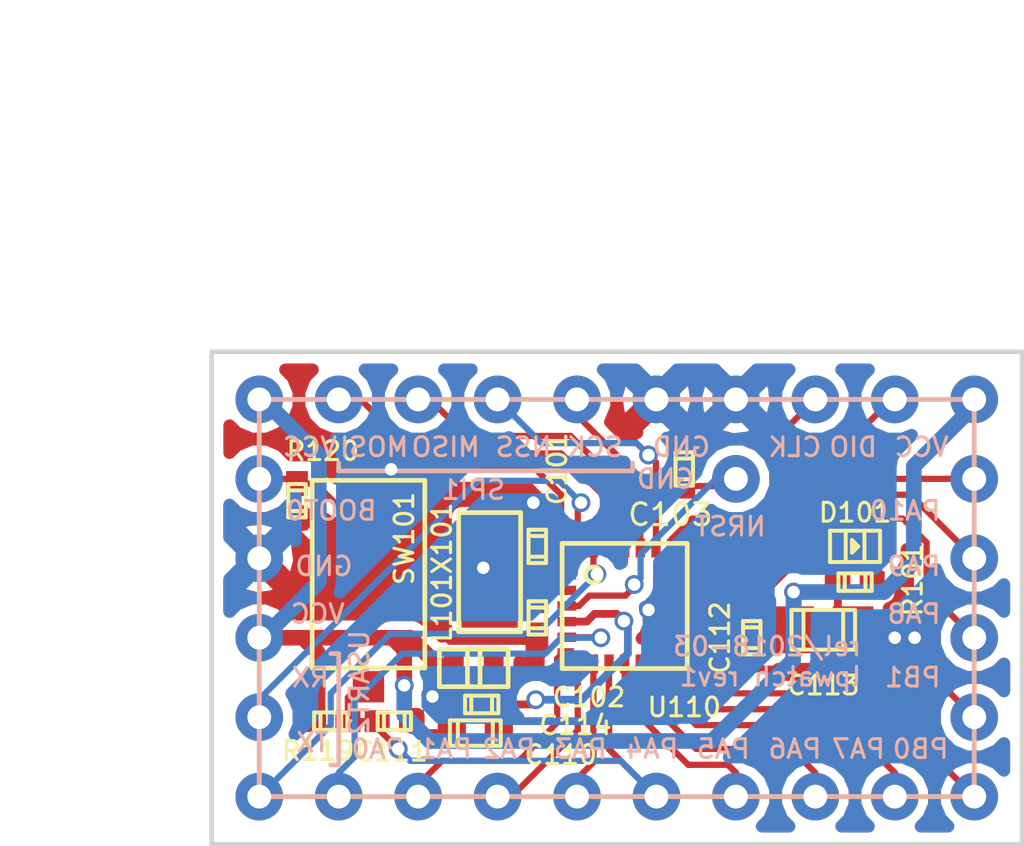
<source format=kicad_pcb>
(kicad_pcb (version 4) (host pcbnew 4.0.7)

  (general
    (links 74)
    (no_connects 0)
    (area 99.328667 24.2635 132.767143 51.129001)
    (thickness 1.6)
    (drawings 54)
    (tracks 390)
    (zones 0)
    (modules 45)
    (nets 30)
  )

  (page A4)
  (title_block
    (title lpwatch)
    (date 2018-03-05)
    (rev 1)
    (company "1rel interactive")
  )

  (layers
    (0 F.Cu signal)
    (31 B.Cu signal)
    (32 B.Adhes user)
    (33 F.Adhes user)
    (34 B.Paste user)
    (35 F.Paste user)
    (36 B.SilkS user)
    (37 F.SilkS user)
    (38 B.Mask user)
    (39 F.Mask user)
    (40 Dwgs.User user)
    (41 Cmts.User user)
    (42 Eco1.User user)
    (43 Eco2.User user)
    (44 Edge.Cuts user)
    (45 Margin user)
    (46 B.CrtYd user)
    (47 F.CrtYd user)
    (48 B.Fab user)
    (49 F.Fab user)
  )

  (setup
    (last_trace_width 0.25)
    (user_trace_width 0.1)
    (user_trace_width 0.152)
    (user_trace_width 0.2)
    (user_trace_width 0.3)
    (trace_clearance 0.2)
    (zone_clearance 0.3)
    (zone_45_only no)
    (trace_min 0.1)
    (segment_width 0.15)
    (edge_width 0.15)
    (via_size 0.6)
    (via_drill 0.4)
    (via_min_size 0.4)
    (via_min_drill 0.254)
    (uvia_size 0.3)
    (uvia_drill 0.1)
    (uvias_allowed no)
    (uvia_min_size 0.2)
    (uvia_min_drill 0.1)
    (pcb_text_width 0.3)
    (pcb_text_size 1.5 1.5)
    (mod_edge_width 0.15)
    (mod_text_size 1 1)
    (mod_text_width 0.15)
    (pad_size 1.524 1.524)
    (pad_drill 0.762)
    (pad_to_mask_clearance 0.2)
    (aux_axis_origin 0 0)
    (visible_elements FFFFFF7F)
    (pcbplotparams
      (layerselection 0x010f0_80000001)
      (usegerberextensions true)
      (excludeedgelayer true)
      (linewidth 0.100000)
      (plotframeref false)
      (viasonmask false)
      (mode 1)
      (useauxorigin false)
      (hpglpennumber 1)
      (hpglpenspeed 20)
      (hpglpendiameter 15)
      (hpglpenoverlay 2)
      (psnegative false)
      (psa4output false)
      (plotreference true)
      (plotvalue false)
      (plotinvisibletext false)
      (padsonsilk false)
      (subtractmaskfromsilk true)
      (outputformat 1)
      (mirror false)
      (drillshape 0)
      (scaleselection 1)
      (outputdirectory OUT/gerbers/))
  )

  (net 0 "")
  (net 1 "Net-(D101-Pad2)")
  (net 2 VCC)
  (net 3 GND)
  (net 4 /VCCA)
  (net 5 /PB6)
  (net 6 /PB7)
  (net 7 /PA10)
  (net 8 /PA8)
  (net 9 /PA9)
  (net 10 /PB1)
  (net 11 /PA2)
  (net 12 /PA3)
  (net 13 /PA5)
  (net 14 /PA4)
  (net 15 /PA7)
  (net 16 /PB0)
  (net 17 /PA6)
  (net 18 /PA1)
  (net 19 /PA0)
  (net 20 /NRST)
  (net 21 /SPI1_SCK)
  (net 22 /SPI1_MOSI)
  (net 23 /SPI1_MISO)
  (net 24 /SYS_SWCLK)
  (net 25 /SYS_SWDIO)
  (net 26 /BOOT0)
  (net 27 /OSC32_IN)
  (net 28 /OSC32_OUT)
  (net 29 /SPI1_NSS)

  (net_class Default "This is the default net class."
    (clearance 0.2)
    (trace_width 0.25)
    (via_dia 0.6)
    (via_drill 0.4)
    (uvia_dia 0.3)
    (uvia_drill 0.1)
    (add_net /OSC32_IN)
    (add_net /OSC32_OUT)
    (add_net GND)
    (add_net "Net-(D101-Pad2)")
  )

  (net_class PWR ""
    (clearance 0.2)
    (trace_width 0.5)
    (via_dia 0.6)
    (via_drill 0.4)
    (uvia_dia 0.3)
    (uvia_drill 0.1)
    (add_net VCC)
  )

  (net_class PWR_ANALOG ""
    (clearance 0.2)
    (trace_width 0.25)
    (via_dia 0.6)
    (via_drill 0.4)
    (uvia_dia 0.3)
    (uvia_drill 0.1)
    (add_net /VCCA)
  )

  (net_class SIG ""
    (clearance 0.2)
    (trace_width 0.2)
    (via_dia 0.6)
    (via_drill 0.4)
    (uvia_dia 0.3)
    (uvia_drill 0.1)
    (add_net /BOOT0)
    (add_net /NRST)
    (add_net /PA0)
    (add_net /PA1)
    (add_net /PA10)
    (add_net /PA2)
    (add_net /PA3)
    (add_net /PA4)
    (add_net /PA5)
    (add_net /PA6)
    (add_net /PA7)
    (add_net /PA8)
    (add_net /PA9)
    (add_net /PB0)
    (add_net /PB1)
    (add_net /PB6)
    (add_net /PB7)
    (add_net /SPI1_MISO)
    (add_net /SPI1_MOSI)
    (add_net /SPI1_NSS)
    (add_net /SPI1_SCK)
    (add_net /SYS_SWCLK)
    (add_net /SYS_SWDIO)
  )

  (module w_smd_leds:Led_0603 (layer F.Cu) (tedit 5A9D2F12) (tstamp 5A87F267)
    (at 127 41.529)
    (descr "SMD LED, 0603")
    (path /5A884A90)
    (fp_text reference D101 (at 0 -1.0795 180) (layer F.SilkS)
      (effects (font (size 0.6 0.6) (thickness 0.1)))
    )
    (fp_text value LED (at 0 -1.905) (layer F.SilkS) hide
      (effects (font (size 0.6 0.6) (thickness 0.1)))
    )
    (fp_line (start 0.29972 0.50038) (end 0.29972 -0.50038) (layer F.SilkS) (width 0.127))
    (fp_line (start -0.29972 -0.50038) (end -0.29972 0.50038) (layer F.SilkS) (width 0.127))
    (fp_line (start 0 0.09906) (end 0 -0.09906) (layer F.SilkS) (width 0.127))
    (fp_line (start -0.09906 -0.20066) (end -0.09906 0.20066) (layer F.SilkS) (width 0.127))
    (fp_line (start -0.09906 0.20066) (end 0.09906 0) (layer F.SilkS) (width 0.127))
    (fp_line (start 0.09906 0) (end -0.09906 -0.20066) (layer F.SilkS) (width 0.127))
    (fp_line (start -0.8001 -0.50038) (end 0.8001 -0.50038) (layer F.SilkS) (width 0.127))
    (fp_line (start 0.8001 -0.50038) (end 0.8001 0.50038) (layer F.SilkS) (width 0.127))
    (fp_line (start 0.8001 0.50038) (end -0.8001 0.50038) (layer F.SilkS) (width 0.127))
    (fp_line (start -0.8001 0.50038) (end -0.8001 -0.50038) (layer F.SilkS) (width 0.127))
    (pad 1 smd rect (at -0.7493 0) (size 0.79756 0.79756) (layers F.Cu F.Paste F.Mask)
      (net 8 /PA8))
    (pad 2 smd rect (at 0.7493 0) (size 0.79756 0.79756) (layers F.Cu F.Paste F.Mask)
      (net 1 "Net-(D101-Pad2)"))
    (model walter/smd_leds/led_0603.wrl
      (at (xyz 0 0 0))
      (scale (xyz 1 1 1))
      (rotate (xyz 0 0 0))
    )
  )

  (module w_smd_resistors:r_0402 (layer F.Cu) (tedit 5A9D2F06) (tstamp 5A87F2DD)
    (at 127 42.672 180)
    (descr "SMT resistor, 0402")
    (path /5A88529C)
    (fp_text reference R101 (at -1.8415 0.0635 450) (layer F.SilkS)
      (effects (font (size 0.6 0.6) (thickness 0.1)))
    )
    (fp_text value 470R (at 0 0.4826 180) (layer F.SilkS) hide
      (effects (font (size 0.6 0.6) (thickness 0.1)))
    )
    (fp_line (start 0.3302 -0.2794) (end 0.3302 0.2794) (layer F.SilkS) (width 0.127))
    (fp_line (start -0.3302 -0.2794) (end -0.3302 0.2794) (layer F.SilkS) (width 0.127))
    (fp_line (start -0.5334 -0.2794) (end -0.5334 0.2794) (layer F.SilkS) (width 0.127))
    (fp_line (start -0.5334 0.2794) (end 0.5334 0.2794) (layer F.SilkS) (width 0.127))
    (fp_line (start 0.5334 0.2794) (end 0.5334 -0.2794) (layer F.SilkS) (width 0.127))
    (fp_line (start 0.5334 -0.2794) (end -0.5334 -0.2794) (layer F.SilkS) (width 0.127))
    (pad 1 smd rect (at 0.54864 0 180) (size 0.8001 0.6985) (layers F.Cu F.Paste F.Mask)
      (net 3 GND))
    (pad 2 smd rect (at -0.54864 0 180) (size 0.8001 0.6985) (layers F.Cu F.Paste F.Mask)
      (net 1 "Net-(D101-Pad2)"))
    (model walter/smd_resistors/r_0402.wrl
      (at (xyz 0 0 0))
      (scale (xyz 1 1 1))
      (rotate (xyz 0 0 0))
    )
  )

  (module w_smd_cap:c_0402 (layer F.Cu) (tedit 5A9C8FE5) (tstamp 5A87FE5F)
    (at 116.84 41.529 270)
    (descr "SMT capacitor, 0402")
    (path /5A9CB9AD)
    (fp_text reference C101 (at -2.4765 -0.635 270) (layer F.SilkS)
      (effects (font (size 0.6 0.6) (thickness 0.1)))
    )
    (fp_text value 2p7 (at 0 0.4826 270) (layer F.SilkS) hide
      (effects (font (size 0.6 0.6) (thickness 0.1)))
    )
    (fp_line (start 0.3302 -0.2794) (end 0.3302 0.2794) (layer F.SilkS) (width 0.127))
    (fp_line (start -0.3302 -0.2794) (end -0.3302 0.2794) (layer F.SilkS) (width 0.127))
    (fp_line (start -0.5334 -0.2794) (end -0.5334 0.2794) (layer F.SilkS) (width 0.127))
    (fp_line (start -0.5334 0.2794) (end 0.5334 0.2794) (layer F.SilkS) (width 0.127))
    (fp_line (start 0.5334 0.2794) (end 0.5334 -0.2794) (layer F.SilkS) (width 0.127))
    (fp_line (start 0.5334 -0.2794) (end -0.5334 -0.2794) (layer F.SilkS) (width 0.127))
    (pad 1 smd rect (at 0.54864 0 270) (size 0.8001 0.6985) (layers F.Cu F.Paste F.Mask)
      (net 27 /OSC32_IN))
    (pad 2 smd rect (at -0.54864 0 270) (size 0.8001 0.6985) (layers F.Cu F.Paste F.Mask)
      (net 3 GND))
    (model walter/smd_cap/c_0402.wrl
      (at (xyz 0 0 0))
      (scale (xyz 1 1 1))
      (rotate (xyz 0 0 0))
    )
  )

  (module w_smd_cap:c_0402 (layer F.Cu) (tedit 5A9C8F8A) (tstamp 5A87FE65)
    (at 116.84 43.815 90)
    (descr "SMT capacitor, 0402")
    (path /5A9CBB1F)
    (fp_text reference C102 (at -2.54 1.651 180) (layer F.SilkS)
      (effects (font (size 0.6 0.6) (thickness 0.1)))
    )
    (fp_text value 2p7 (at 0 0.4826 90) (layer F.SilkS) hide
      (effects (font (size 0.6 0.6) (thickness 0.1)))
    )
    (fp_line (start 0.3302 -0.2794) (end 0.3302 0.2794) (layer F.SilkS) (width 0.127))
    (fp_line (start -0.3302 -0.2794) (end -0.3302 0.2794) (layer F.SilkS) (width 0.127))
    (fp_line (start -0.5334 -0.2794) (end -0.5334 0.2794) (layer F.SilkS) (width 0.127))
    (fp_line (start -0.5334 0.2794) (end 0.5334 0.2794) (layer F.SilkS) (width 0.127))
    (fp_line (start 0.5334 0.2794) (end 0.5334 -0.2794) (layer F.SilkS) (width 0.127))
    (fp_line (start 0.5334 -0.2794) (end -0.5334 -0.2794) (layer F.SilkS) (width 0.127))
    (pad 1 smd rect (at 0.54864 0 90) (size 0.8001 0.6985) (layers F.Cu F.Paste F.Mask)
      (net 28 /OSC32_OUT))
    (pad 2 smd rect (at -0.54864 0 90) (size 0.8001 0.6985) (layers F.Cu F.Paste F.Mask)
      (net 3 GND))
    (model walter/smd_cap/c_0402.wrl
      (at (xyz 0 0 0))
      (scale (xyz 1 1 1))
      (rotate (xyz 0 0 0))
    )
  )

  (module w_smd_inductors:inductor_smd_0603 (layer F.Cu) (tedit 5A9D4E28) (tstamp 5A883F6B)
    (at 114.808 45.4152)
    (descr "Inductor SMD, 0603")
    (path /5A88C621)
    (fp_text reference L101 (at -1.016 -1.9177 270) (layer F.SilkS)
      (effects (font (size 0.6 0.6) (thickness 0.1)))
    )
    (fp_text value INDUCTOR (at -3.556 0) (layer F.SilkS) hide
      (effects (font (size 0.6 0.6) (thickness 0.1)))
    )
    (fp_line (start 0.20066 0.59944) (end 0.20066 -0.59944) (layer F.SilkS) (width 0.14986))
    (fp_line (start -0.20066 -0.59944) (end -0.20066 0.59944) (layer F.SilkS) (width 0.14986))
    (fp_line (start -1.09982 -0.59944) (end 1.09982 -0.59944) (layer F.SilkS) (width 0.14986))
    (fp_line (start 1.09982 -0.59944) (end 1.09982 0.59944) (layer F.SilkS) (width 0.14986))
    (fp_line (start 1.09982 0.59944) (end -1.09982 0.59944) (layer F.SilkS) (width 0.14986))
    (fp_line (start -1.09982 0.59944) (end -1.09982 -0.59944) (layer F.SilkS) (width 0.14986))
    (pad 1 smd rect (at -0.63754 0) (size 0.635 1.016) (layers F.Cu F.Paste F.Mask)
      (net 2 VCC))
    (pad 2 smd rect (at 0.63754 0) (size 0.635 1.016) (layers F.Cu F.Paste F.Mask)
      (net 4 /VCCA))
    (model walter/smd_inductors/inductor_smd_0603.wrl
      (at (xyz 0 0 0))
      (scale (xyz 1 1 1))
      (rotate (xyz 0 0 0))
    )
  )

  (module w_smd_cap:c_0603 (layer F.Cu) (tedit 5A9CA1B5) (tstamp 5A88405F)
    (at 114.8588 47.498)
    (descr "SMT capacitor, 0603")
    (path /5A88CFCD)
    (fp_text reference C110 (at 2.7305 0.6985) (layer F.SilkS)
      (effects (font (size 0.6 0.6) (thickness 0.1)))
    )
    (fp_text value 1u (at 0 0.635) (layer F.SilkS) hide
      (effects (font (size 0.6 0.6) (thickness 0.1)))
    )
    (fp_line (start 0.5588 0.4064) (end 0.5588 -0.4064) (layer F.SilkS) (width 0.127))
    (fp_line (start -0.5588 -0.381) (end -0.5588 0.4064) (layer F.SilkS) (width 0.127))
    (fp_line (start -0.8128 -0.4064) (end 0.8128 -0.4064) (layer F.SilkS) (width 0.127))
    (fp_line (start 0.8128 -0.4064) (end 0.8128 0.4064) (layer F.SilkS) (width 0.127))
    (fp_line (start 0.8128 0.4064) (end -0.8128 0.4064) (layer F.SilkS) (width 0.127))
    (fp_line (start -0.8128 0.4064) (end -0.8128 -0.4064) (layer F.SilkS) (width 0.127))
    (pad 1 smd rect (at 0.75184 0) (size 0.89916 1.00076) (layers F.Cu F.Paste F.Mask)
      (net 4 /VCCA))
    (pad 2 smd rect (at -0.75184 0) (size 0.89916 1.00076) (layers F.Cu F.Paste F.Mask)
      (net 3 GND))
    (model walter/smd_cap/c_0603.wrl
      (at (xyz 0 0 0))
      (scale (xyz 1 1 1))
      (rotate (xyz 0 0 0))
    )
  )

  (module w_smd_cap:c_0402 (layer F.Cu) (tedit 5A9C8FD3) (tstamp 5A88406F)
    (at 123.698 44.45 90)
    (descr "SMT capacitor, 0402")
    (path /5A8A178D)
    (fp_text reference C112 (at 0 -1.016 270) (layer F.SilkS)
      (effects (font (size 0.6 0.6) (thickness 0.1)))
    )
    (fp_text value 100n (at 0 0.4826 90) (layer F.SilkS) hide
      (effects (font (size 0.6 0.6) (thickness 0.1)))
    )
    (fp_line (start 0.3302 -0.2794) (end 0.3302 0.2794) (layer F.SilkS) (width 0.127))
    (fp_line (start -0.3302 -0.2794) (end -0.3302 0.2794) (layer F.SilkS) (width 0.127))
    (fp_line (start -0.5334 -0.2794) (end -0.5334 0.2794) (layer F.SilkS) (width 0.127))
    (fp_line (start -0.5334 0.2794) (end 0.5334 0.2794) (layer F.SilkS) (width 0.127))
    (fp_line (start 0.5334 0.2794) (end 0.5334 -0.2794) (layer F.SilkS) (width 0.127))
    (fp_line (start 0.5334 -0.2794) (end -0.5334 -0.2794) (layer F.SilkS) (width 0.127))
    (pad 1 smd rect (at 0.54864 0 90) (size 0.8001 0.6985) (layers F.Cu F.Paste F.Mask)
      (net 2 VCC))
    (pad 2 smd rect (at -0.54864 0 90) (size 0.8001 0.6985) (layers F.Cu F.Paste F.Mask)
      (net 3 GND))
    (model walter/smd_cap/c_0402.wrl
      (at (xyz 0 0 0))
      (scale (xyz 1 1 1))
      (rotate (xyz 0 0 0))
    )
  )

  (module w_smd_cap:c_0805 (layer F.Cu) (tedit 5A9CA3B5) (tstamp 5A884075)
    (at 125.984 44.196 180)
    (descr "SMT capacitor, 0805")
    (path /5A8A185E)
    (fp_text reference C113 (at 0 -1.778 180) (layer F.SilkS)
      (effects (font (size 0.6 0.6) (thickness 0.1)))
    )
    (fp_text value 10u (at 0 0.9906 180) (layer F.SilkS) hide
      (effects (font (size 0.6 0.6) (thickness 0.1)))
    )
    (fp_line (start 0.635 -0.635) (end 0.635 0.635) (layer F.SilkS) (width 0.127))
    (fp_line (start -0.635 -0.635) (end -0.635 0.6096) (layer F.SilkS) (width 0.127))
    (fp_line (start -1.016 -0.635) (end 1.016 -0.635) (layer F.SilkS) (width 0.127))
    (fp_line (start 1.016 -0.635) (end 1.016 0.635) (layer F.SilkS) (width 0.127))
    (fp_line (start 1.016 0.635) (end -1.016 0.635) (layer F.SilkS) (width 0.127))
    (fp_line (start -1.016 0.635) (end -1.016 -0.635) (layer F.SilkS) (width 0.127))
    (pad 1 smd rect (at 0.9525 0 180) (size 1.30048 1.4986) (layers F.Cu F.Paste F.Mask)
      (net 2 VCC))
    (pad 2 smd rect (at -0.9525 0 180) (size 1.30048 1.4986) (layers F.Cu F.Paste F.Mask)
      (net 3 GND))
    (model walter/smd_cap/c_0805.wrl
      (at (xyz 0 0 0))
      (scale (xyz 1 1 1))
      (rotate (xyz 0 0 0))
    )
  )

  (module w_smd_cap:c_0402 (layer F.Cu) (tedit 5A9D3581) (tstamp 5A88407B)
    (at 115.062 46.5836)
    (descr "SMT capacitor, 0402")
    (path /5A8A35E1)
    (fp_text reference C114 (at 2.9972 0.6604 180) (layer F.SilkS)
      (effects (font (size 0.6 0.6) (thickness 0.1)))
    )
    (fp_text value 100n (at 0 0.4826) (layer F.SilkS) hide
      (effects (font (size 0.6 0.6) (thickness 0.1)))
    )
    (fp_line (start 0.3302 -0.2794) (end 0.3302 0.2794) (layer F.SilkS) (width 0.127))
    (fp_line (start -0.3302 -0.2794) (end -0.3302 0.2794) (layer F.SilkS) (width 0.127))
    (fp_line (start -0.5334 -0.2794) (end -0.5334 0.2794) (layer F.SilkS) (width 0.127))
    (fp_line (start -0.5334 0.2794) (end 0.5334 0.2794) (layer F.SilkS) (width 0.127))
    (fp_line (start 0.5334 0.2794) (end 0.5334 -0.2794) (layer F.SilkS) (width 0.127))
    (fp_line (start 0.5334 -0.2794) (end -0.5334 -0.2794) (layer F.SilkS) (width 0.127))
    (pad 1 smd rect (at 0.54864 0) (size 0.8001 0.6985) (layers F.Cu F.Paste F.Mask)
      (net 4 /VCCA))
    (pad 2 smd rect (at -0.54864 0) (size 0.8001 0.6985) (layers F.Cu F.Paste F.Mask)
      (net 3 GND))
    (model walter/smd_cap/c_0402.wrl
      (at (xyz 0 0 0))
      (scale (xyz 1 1 1))
      (rotate (xyz 0 0 0))
    )
  )

  (module w_smd_resistors:r_0402 (layer F.Cu) (tedit 5A9C9110) (tstamp 5A884352)
    (at 110.236 47.117 180)
    (descr "SMT resistor, 0402")
    (path /5A8B7169)
    (fp_text reference R119 (at 0.40132 -0.94996 180) (layer F.SilkS)
      (effects (font (size 0.6 0.6) (thickness 0.1)))
    )
    (fp_text value 10k (at 0 0.4826 180) (layer F.SilkS) hide
      (effects (font (size 0.6 0.6) (thickness 0.1)))
    )
    (fp_line (start 0.3302 -0.2794) (end 0.3302 0.2794) (layer F.SilkS) (width 0.127))
    (fp_line (start -0.3302 -0.2794) (end -0.3302 0.2794) (layer F.SilkS) (width 0.127))
    (fp_line (start -0.5334 -0.2794) (end -0.5334 0.2794) (layer F.SilkS) (width 0.127))
    (fp_line (start -0.5334 0.2794) (end 0.5334 0.2794) (layer F.SilkS) (width 0.127))
    (fp_line (start 0.5334 0.2794) (end 0.5334 -0.2794) (layer F.SilkS) (width 0.127))
    (fp_line (start 0.5334 -0.2794) (end -0.5334 -0.2794) (layer F.SilkS) (width 0.127))
    (pad 1 smd rect (at 0.54864 0 180) (size 0.8001 0.6985) (layers F.Cu F.Paste F.Mask)
      (net 2 VCC))
    (pad 2 smd rect (at -0.54864 0 180) (size 0.8001 0.6985) (layers F.Cu F.Paste F.Mask)
      (net 14 /PA4))
    (model walter/smd_resistors/r_0402.wrl
      (at (xyz 0 0 0))
      (scale (xyz 1 1 1))
      (rotate (xyz 0 0 0))
    )
  )

  (module w_smd_resistors:r_0402 (layer F.Cu) (tedit 5A9D4E30) (tstamp 5A884358)
    (at 109.1565 40.0685 90)
    (descr "SMT resistor, 0402")
    (path /5A8BD6B7)
    (fp_text reference R120 (at 1.5875 0.8255 180) (layer F.SilkS)
      (effects (font (size 0.6 0.6) (thickness 0.1)))
    )
    (fp_text value 10k (at 0 0.4826 90) (layer F.SilkS) hide
      (effects (font (size 0.6 0.6) (thickness 0.1)))
    )
    (fp_line (start 0.3302 -0.2794) (end 0.3302 0.2794) (layer F.SilkS) (width 0.127))
    (fp_line (start -0.3302 -0.2794) (end -0.3302 0.2794) (layer F.SilkS) (width 0.127))
    (fp_line (start -0.5334 -0.2794) (end -0.5334 0.2794) (layer F.SilkS) (width 0.127))
    (fp_line (start -0.5334 0.2794) (end 0.5334 0.2794) (layer F.SilkS) (width 0.127))
    (fp_line (start 0.5334 0.2794) (end 0.5334 -0.2794) (layer F.SilkS) (width 0.127))
    (fp_line (start 0.5334 -0.2794) (end -0.5334 -0.2794) (layer F.SilkS) (width 0.127))
    (pad 1 smd rect (at 0.54864 0 90) (size 0.8001 0.6985) (layers F.Cu F.Paste F.Mask)
      (net 26 /BOOT0))
    (pad 2 smd rect (at -0.54864 0 90) (size 0.8001 0.6985) (layers F.Cu F.Paste F.Mask)
      (net 3 GND))
    (model walter/smd_resistors/r_0402.wrl
      (at (xyz 0 0 0))
      (scale (xyz 1 1 1))
      (rotate (xyz 0 0 0))
    )
  )

  (module w_smd_cap:c_0402 (layer F.Cu) (tedit 5A9C90A9) (tstamp 5A897D96)
    (at 112.268 47.117)
    (descr "SMT capacitor, 0402")
    (path /5A8AE908)
    (fp_text reference C111 (at -0.08636 0.97282) (layer F.SilkS)
      (effects (font (size 0.6 0.6) (thickness 0.1)))
    )
    (fp_text value 100n (at 0 0.4826) (layer F.SilkS) hide
      (effects (font (size 0.6 0.6) (thickness 0.1)))
    )
    (fp_line (start 0.3302 -0.2794) (end 0.3302 0.2794) (layer F.SilkS) (width 0.127))
    (fp_line (start -0.3302 -0.2794) (end -0.3302 0.2794) (layer F.SilkS) (width 0.127))
    (fp_line (start -0.5334 -0.2794) (end -0.5334 0.2794) (layer F.SilkS) (width 0.127))
    (fp_line (start -0.5334 0.2794) (end 0.5334 0.2794) (layer F.SilkS) (width 0.127))
    (fp_line (start 0.5334 0.2794) (end 0.5334 -0.2794) (layer F.SilkS) (width 0.127))
    (fp_line (start 0.5334 -0.2794) (end -0.5334 -0.2794) (layer F.SilkS) (width 0.127))
    (pad 1 smd rect (at 0.54864 0) (size 0.8001 0.6985) (layers F.Cu F.Paste F.Mask)
      (net 3 GND))
    (pad 2 smd rect (at -0.54864 0) (size 0.8001 0.6985) (layers F.Cu F.Paste F.Mask)
      (net 14 /PA4))
    (model walter/smd_cap/c_0402.wrl
      (at (xyz 0 0 0))
      (scale (xyz 1 1 1))
      (rotate (xyz 0 0 0))
    )
  )

  (module mylib:UFQFPN28 (layer F.Cu) (tedit 5A9D3998) (tstamp 5A897D9D)
    (at 119.634 43.434)
    (path /5A885497)
    (fp_text reference U110 (at 1.905 3.2385) (layer F.SilkS)
      (effects (font (size 0.6 0.6) (thickness 0.1)))
    )
    (fp_text value STM32L011G4U6 (at 0.24 -4.951) (layer F.Fab) hide
      (effects (font (size 0.6 0.6) (thickness 0.1)))
    )
    (fp_circle (center -1 -1) (end -1 -1.25) (layer F.SilkS) (width 0.15))
    (fp_line (start -2 -2) (end -2 2) (layer F.SilkS) (width 0.15))
    (fp_line (start -2 2) (end 2 2) (layer F.SilkS) (width 0.15))
    (fp_line (start 2 2) (end 2 -2) (layer F.SilkS) (width 0.15))
    (fp_line (start 2 -2) (end -2 -2) (layer F.SilkS) (width 0.15))
    (pad 21 smd rect (at 1.7653 -1.4986 45) (size 0.25 0.15) (layers F.Cu F.Paste F.Mask)
      (net 25 /SYS_SWDIO))
    (pad 22 smd rect (at 1.4986 -1.7653 45) (size 0.25 0.15) (layers F.Cu F.Paste F.Mask)
      (net 24 /SYS_SWCLK))
    (pad 14 smd rect (at 1.4986 1.7653 315) (size 0.23 0.15) (layers F.Cu F.Paste F.Mask)
      (net 16 /PB0))
    (pad 15 smd rect (at 1.7653 1.4986 315) (size 0.25 0.15) (layers F.Cu F.Paste F.Mask)
      (net 10 /PB1))
    (pad 7 smd rect (at -1.7653 1.4986 45) (size 0.25 0.15) (layers F.Cu F.Paste F.Mask)
      (net 18 /PA1))
    (pad 8 smd rect (at -1.4986 1.7653 45) (size 0.25 0.15) (layers F.Cu F.Paste F.Mask)
      (net 11 /PA2))
    (pad 1 smd rect (at -1.7653 -1.4986 315) (size 0.25 0.15) (layers F.Cu F.Paste F.Mask)
      (net 26 /BOOT0))
    (pad 28 smd rect (at -1.4986 -1.7653 315) (size 0.25 0.15) (layers F.Cu F.Paste F.Mask)
      (net 6 /PB7))
    (pad 21 smd rect (at 1.725 -1.425) (size 0.2 0.15) (layers F.Cu F.Paste F.Mask)
      (net 25 /SYS_SWDIO))
    (pad 22 smd rect (at 1.425 -1.725 90) (size 0.2 0.15) (layers F.Cu F.Paste F.Mask)
      (net 24 /SYS_SWCLK))
    (pad 15 smd rect (at 1.725 1.425) (size 0.2 0.15) (layers F.Cu F.Paste F.Mask)
      (net 10 /PB1))
    (pad 14 smd rect (at 1.425 1.725 90) (size 0.2 0.15) (layers F.Cu F.Paste F.Mask)
      (net 16 /PB0))
    (pad 8 smd rect (at -1.425 1.725 90) (size 0.2 0.15) (layers F.Cu F.Paste F.Mask)
      (net 11 /PA2))
    (pad 7 smd rect (at -1.725 1.425) (size 0.2 0.15) (layers F.Cu F.Paste F.Mask)
      (net 18 /PA1))
    (pad 1 smd rect (at -1.725 -1.425) (size 0.2 0.15) (layers F.Cu F.Paste F.Mask)
      (net 26 /BOOT0))
    (pad 28 smd rect (at -1.425 -1.725 90) (size 0.2 0.15) (layers F.Cu F.Paste F.Mask)
      (net 6 /PB7))
    (pad 24 smd rect (at 0.5 -1.85 90) (size 0.6 0.3) (layers F.Cu F.Paste F.Mask)
      (net 21 /SPI1_SCK))
    (pad 22 smd rect (at 1.5 -1.975 90) (size 0.35 0.3) (layers F.Cu F.Paste F.Mask)
      (net 24 /SYS_SWCLK))
    (pad 23 smd rect (at 1 -1.85 90) (size 0.6 0.3) (layers F.Cu F.Paste F.Mask)
      (net 29 /SPI1_NSS))
    (pad 26 smd rect (at -0.5 -1.85 90) (size 0.6 0.3) (layers F.Cu F.Paste F.Mask)
      (net 22 /SPI1_MOSI))
    (pad 25 smd rect (at 0 -1.85 90) (size 0.6 0.3) (layers F.Cu F.Paste F.Mask)
      (net 23 /SPI1_MISO))
    (pad 27 smd rect (at -1 -1.85 90) (size 0.6 0.3) (layers F.Cu F.Paste F.Mask)
      (net 5 /PB6))
    (pad 28 smd rect (at -1.5 -1.975 90) (size 0.35 0.3) (layers F.Cu F.Paste F.Mask)
      (net 6 /PB7))
    (pad 21 smd rect (at 1.975 -1.5) (size 0.35 0.3) (layers F.Cu F.Paste F.Mask)
      (net 25 /SYS_SWDIO))
    (pad 20 smd rect (at 1.85 -1) (size 0.6 0.3) (layers F.Cu F.Paste F.Mask)
      (net 7 /PA10))
    (pad 18 smd rect (at 1.85 0) (size 0.6 0.3) (layers F.Cu F.Paste F.Mask)
      (net 8 /PA8))
    (pad 19 smd rect (at 1.85 -0.5) (size 0.6 0.3) (layers F.Cu F.Paste F.Mask)
      (net 9 /PA9))
    (pad 16 smd rect (at 1.85 1) (size 0.6 0.3) (layers F.Cu F.Paste F.Mask)
      (net 3 GND))
    (pad 15 smd rect (at 1.975 1.5) (size 0.35 0.3) (layers F.Cu F.Paste F.Mask)
      (net 10 /PB1))
    (pad 17 smd rect (at 1.85 0.5) (size 0.6 0.3) (layers F.Cu F.Paste F.Mask)
      (net 2 VCC))
    (pad 8 smd rect (at -1.5 1.975 90) (size 0.35 0.3) (layers F.Cu F.Paste F.Mask)
      (net 11 /PA2))
    (pad 9 smd rect (at -1 1.85 90) (size 0.6 0.3) (layers F.Cu F.Paste F.Mask)
      (net 12 /PA3))
    (pad 11 smd rect (at 0 1.85 90) (size 0.6 0.3) (layers F.Cu F.Paste F.Mask)
      (net 13 /PA5))
    (pad 10 smd rect (at -0.5 1.85 90) (size 0.6 0.3) (layers F.Cu F.Paste F.Mask)
      (net 14 /PA4))
    (pad 13 smd rect (at 1 1.85 90) (size 0.6 0.3) (layers F.Cu F.Paste F.Mask)
      (net 15 /PA7))
    (pad 14 smd rect (at 1.5 1.975 90) (size 0.35 0.3) (layers F.Cu F.Paste F.Mask)
      (net 16 /PB0))
    (pad 12 smd rect (at 0.5 1.85 90) (size 0.6 0.3) (layers F.Cu F.Paste F.Mask)
      (net 17 /PA6))
    (pad 5 smd rect (at -1.85 0.5) (size 0.6 0.3) (layers F.Cu F.Paste F.Mask)
      (net 4 /VCCA))
    (pad 7 smd rect (at -1.975 1.5) (size 0.35 0.3) (layers F.Cu F.Paste F.Mask)
      (net 18 /PA1))
    (pad 6 smd rect (at -1.85 1) (size 0.6 0.3) (layers F.Cu F.Paste F.Mask)
      (net 19 /PA0))
    (pad 3 smd rect (at -1.85 -0.5) (size 0.6 0.3) (layers F.Cu F.Paste F.Mask)
      (net 28 /OSC32_OUT))
    (pad 4 smd rect (at -1.85 0) (size 0.6 0.3) (layers F.Cu F.Paste F.Mask)
      (net 20 /NRST))
    (pad 2 smd rect (at -1.85 -1) (size 0.6 0.3) (layers F.Cu F.Paste F.Mask)
      (net 27 /OSC32_IN))
    (pad 1 smd rect (at -1.975 -1.5) (size 0.35 0.3) (layers F.Cu F.Paste F.Mask)
      (net 26 /BOOT0))
  )

  (module mylib:smd_push_mod0 (layer F.Cu) (tedit 5A9C911F) (tstamp 5A898383)
    (at 111.4425 42.418 90)
    (descr "SMD Pushbutton")
    (path /5A897DE2)
    (autoplace_cost180 10)
    (fp_text reference SW101 (at 1.143 1.143 90) (layer F.SilkS)
      (effects (font (size 0.6 0.6) (thickness 0.1)))
    )
    (fp_text value SW_PUSH (at 0 2.79908 90) (layer F.SilkS) hide
      (effects (font (size 0.6 0.6) (thickness 0.1)))
    )
    (fp_line (start -2.99974 -1.80086) (end 2.99974 -1.80086) (layer F.SilkS) (width 0.15))
    (fp_line (start 2.99974 -1.80086) (end 2.99974 1.80086) (layer F.SilkS) (width 0.15))
    (fp_line (start 2.99974 1.80086) (end -2.99974 1.80086) (layer F.SilkS) (width 0.15))
    (fp_line (start -2.99974 1.80086) (end -2.99974 -1.80086) (layer F.SilkS) (width 0.15))
    (pad 1 smd rect (at -3.59918 0 90) (size 1.00076 1.00076) (layers F.Cu F.Paste F.Mask)
      (net 14 /PA4))
    (pad 2 smd rect (at 3.59918 0 90) (size 1.00076 1.00076) (layers F.Cu F.Paste F.Mask)
      (net 3 GND))
    (model walter/switch/smd_push.wrl
      (at (xyz 0 0 0))
      (scale (xyz 1 1 1))
      (rotate (xyz 0 0 0))
    )
  )

  (module mylib:ABS07AIG (layer F.Cu) (tedit 5A9D4E25) (tstamp 5A9C6CAA)
    (at 115.316 42.3545 270)
    (path /5A9E42DF)
    (fp_text reference X101 (at -1.0795 1.524 450) (layer F.SilkS)
      (effects (font (size 0.6 0.6) (thickness 0.1)))
    )
    (fp_text value CRYSTAL (at 0.4 2 270) (layer F.Fab) hide
      (effects (font (size 0.6 0.6) (thickness 0.1)))
    )
    (fp_line (start 1.905 -0.9906) (end 1.905 0.9906) (layer F.SilkS) (width 0.15))
    (fp_line (start -1.905 0.9906) (end -1.905 -0.9906) (layer F.SilkS) (width 0.15))
    (fp_line (start 1.905 0.9906) (end -1.905 0.9906) (layer F.SilkS) (width 0.15))
    (fp_line (start 1.905 -0.9906) (end -1.905 -0.9906) (layer F.SilkS) (width 0.15))
    (pad 2 smd rect (at 1.275 0 270) (size 1 1.8) (layers F.Cu F.Paste F.Mask)
      (net 28 /OSC32_OUT))
    (pad 1 smd rect (at -1.275 0 270) (size 1 1.8) (layers F.Cu F.Paste F.Mask)
      (net 27 /OSC32_IN))
    (model 1rel/Abracon_ABS07AIG-32.768kHz-1-T.wrl
      (at (xyz 0 0 0))
      (scale (xyz 1 1 1))
      (rotate (xyz 0 0 0))
    )
  )

  (module mylib:pin_2.54 (layer F.Cu) (tedit 5A9C8F1C) (tstamp 5A9C7B34)
    (at 107.95 44.45 180)
    (path /5A8ACB03)
    (fp_text reference P101 (at 0 -1.5 180) (layer F.SilkS) hide
      (effects (font (size 0.6 0.6) (thickness 0.1)))
    )
    (fp_text value CONN_1 (at 0 -0.5 180) (layer F.Fab) hide
      (effects (font (size 0.6 0.6) (thickness 0.1)))
    )
    (pad 1 thru_hole circle (at 0 0 180) (size 1.524 1.524) (drill 0.762) (layers *.Cu *.Mask)
      (net 2 VCC))
  )

  (module mylib:pin_2.54 (layer F.Cu) (tedit 5A9C8F1F) (tstamp 5A9C7B38)
    (at 107.95 41.91 180)
    (path /5A8ACC21)
    (fp_text reference P102 (at 0 -1.5 180) (layer F.SilkS) hide
      (effects (font (size 0.6 0.6) (thickness 0.1)))
    )
    (fp_text value CONN_1 (at 0 -0.5 180) (layer F.Fab) hide
      (effects (font (size 0.6 0.6) (thickness 0.1)))
    )
    (pad 1 thru_hole circle (at 0 0 180) (size 1.524 1.524) (drill 0.762) (layers *.Cu *.Mask)
      (net 3 GND))
  )

  (module mylib:pin_2.54 (layer F.Cu) (tedit 5A9C8ED6) (tstamp 5A9C7B3C)
    (at 118.11 36.83)
    (path /5A88412C)
    (fp_text reference P103 (at 0 -1.5) (layer F.SilkS) hide
      (effects (font (size 0.6 0.6) (thickness 0.1)))
    )
    (fp_text value CONN_1 (at 0 -0.5) (layer F.Fab) hide
      (effects (font (size 0.6 0.6) (thickness 0.1)))
    )
    (pad 1 thru_hole circle (at 0 0) (size 1.524 1.524) (drill 0.762) (layers *.Cu *.Mask)
      (net 21 /SPI1_SCK))
  )

  (module mylib:pin_2.54 (layer F.Cu) (tedit 5A9C8EC9) (tstamp 5A9C7B40)
    (at 110.49 36.83)
    (path /5A884161)
    (fp_text reference P104 (at 0 -1.5) (layer F.SilkS) hide
      (effects (font (size 0.6 0.6) (thickness 0.1)))
    )
    (fp_text value CONN_1 (at 0 -0.5) (layer F.Fab) hide
      (effects (font (size 0.6 0.6) (thickness 0.1)))
    )
    (pad 1 thru_hole circle (at 0 0) (size 1.524 1.524) (drill 0.762) (layers *.Cu *.Mask)
      (net 22 /SPI1_MOSI))
  )

  (module mylib:pin_2.54 (layer F.Cu) (tedit 5A9C8ECD) (tstamp 5A9C7B44)
    (at 113.03 36.83)
    (path /5A8A9EE1)
    (fp_text reference P105 (at 0 -1.5) (layer F.SilkS) hide
      (effects (font (size 0.6 0.6) (thickness 0.1)))
    )
    (fp_text value CONN_1 (at 0 -0.5) (layer F.Fab) hide
      (effects (font (size 0.6 0.6) (thickness 0.1)))
    )
    (pad 1 thru_hole circle (at 0 0) (size 1.524 1.524) (drill 0.762) (layers *.Cu *.Mask)
      (net 23 /SPI1_MISO))
  )

  (module mylib:pin_2.54 (layer F.Cu) (tedit 5A9C8EE9) (tstamp 5A9C7B48)
    (at 125.73 36.83)
    (path /5A8B26E8)
    (fp_text reference P106 (at 0 -1.5) (layer F.SilkS) hide
      (effects (font (size 0.6 0.6) (thickness 0.1)))
    )
    (fp_text value CONN_1 (at 0 -0.5) (layer F.Fab) hide
      (effects (font (size 0.6 0.6) (thickness 0.1)))
    )
    (pad 1 thru_hole circle (at 0 0) (size 1.524 1.524) (drill 0.762) (layers *.Cu *.Mask)
      (net 24 /SYS_SWCLK))
  )

  (module mylib:pin_2.54 (layer F.Cu) (tedit 5A9C8EEF) (tstamp 5A9C7B4C)
    (at 128.27 36.83)
    (path /5A8B293A)
    (fp_text reference P107 (at 0 -1.5) (layer F.SilkS) hide
      (effects (font (size 0.6 0.6) (thickness 0.1)))
    )
    (fp_text value CONN_1 (at 0 -0.5) (layer F.Fab) hide
      (effects (font (size 0.6 0.6) (thickness 0.1)))
    )
    (pad 1 thru_hole circle (at 0 0) (size 1.524 1.524) (drill 0.762) (layers *.Cu *.Mask)
      (net 25 /SYS_SWDIO))
  )

  (module mylib:pin_2.54 (layer F.Cu) (tedit 5A9C8FA3) (tstamp 5A9C7B50)
    (at 123.19 39.37)
    (path /5A8C08F2)
    (fp_text reference P108 (at 0 -1.5) (layer F.SilkS) hide
      (effects (font (size 0.6 0.6) (thickness 0.1)))
    )
    (fp_text value CONN_1 (at 0 -0.5) (layer F.Fab) hide
      (effects (font (size 0.6 0.6) (thickness 0.1)))
    )
    (pad 1 thru_hole circle (at 0 0) (size 1.524 1.524) (drill 0.762) (layers *.Cu *.Mask)
      (net 20 /NRST))
  )

  (module mylib:pin_2.54 (layer F.Cu) (tedit 5A9C8EF2) (tstamp 5A9C7B5C)
    (at 130.81 36.83)
    (path /5A8A80DB)
    (fp_text reference P111 (at 0 -1.5) (layer F.SilkS) hide
      (effects (font (size 0.6 0.6) (thickness 0.1)))
    )
    (fp_text value CONN_1 (at 0 -0.5) (layer F.Fab) hide
      (effects (font (size 0.6 0.6) (thickness 0.1)))
    )
    (pad 1 thru_hole circle (at 0 0) (size 1.524 1.524) (drill 0.762) (layers *.Cu *.Mask)
      (net 2 VCC))
  )

  (module mylib:pin_2.54 (layer F.Cu) (tedit 5A9C8EDF) (tstamp 5A9C7B60)
    (at 123.19 36.83)
    (path /5A8A7F69)
    (fp_text reference P112 (at 0 -1.5) (layer F.SilkS) hide
      (effects (font (size 0.6 0.6) (thickness 0.1)))
    )
    (fp_text value CONN_1 (at 0 -0.5) (layer F.Fab) hide
      (effects (font (size 0.6 0.6) (thickness 0.1)))
    )
    (pad 1 thru_hole circle (at 0 0) (size 1.524 1.524) (drill 0.762) (layers *.Cu *.Mask)
      (net 3 GND))
  )

  (module mylib:pin_2.54 (layer F.Cu) (tedit 5A9C8EC4) (tstamp 5A9C7B64)
    (at 107.95 36.83)
    (path /5A8BEB28)
    (fp_text reference P113 (at 0 -1.5) (layer F.SilkS) hide
      (effects (font (size 0.6 0.6) (thickness 0.1)))
    )
    (fp_text value CONN_1 (at 0 -0.5) (layer F.Fab) hide
      (effects (font (size 0.6 0.6) (thickness 0.1)))
    )
    (pad 1 thru_hole circle (at 0 0) (size 1.524 1.524) (drill 0.762) (layers *.Cu *.Mask)
      (net 2 VCC))
  )

  (module mylib:pin_2.54 (layer F.Cu) (tedit 5A9C8EDA) (tstamp 5A9C7B68)
    (at 120.65 36.83)
    (path /5A8BEC21)
    (fp_text reference P114 (at 0 -1.5) (layer F.SilkS) hide
      (effects (font (size 0.6 0.6) (thickness 0.1)))
    )
    (fp_text value CONN_1 (at 0 -0.5) (layer F.Fab) hide
      (effects (font (size 0.6 0.6) (thickness 0.1)))
    )
    (pad 1 thru_hole circle (at 0 0) (size 1.524 1.524) (drill 0.762) (layers *.Cu *.Mask)
      (net 3 GND))
  )

  (module mylib:pin_2.54 (layer F.Cu) (tedit 5A9C8F11) (tstamp 5A9C7B6C)
    (at 110.49 49.53)
    (path /5A9DF106)
    (fp_text reference P115 (at 0 -1.5) (layer F.SilkS) hide
      (effects (font (size 0.6 0.6) (thickness 0.1)))
    )
    (fp_text value CONN_1 (at 0 -0.5) (layer F.Fab) hide
      (effects (font (size 0.6 0.6) (thickness 0.1)))
    )
    (pad 1 thru_hole circle (at 0 0) (size 1.524 1.524) (drill 0.762) (layers *.Cu *.Mask)
      (net 19 /PA0))
  )

  (module mylib:pin_2.54 (layer F.Cu) (tedit 5A9C8F0E) (tstamp 5A9C7B70)
    (at 113.03 49.53)
    (path /5A9DF4F4)
    (fp_text reference P116 (at 0 -1.5) (layer F.SilkS) hide
      (effects (font (size 0.6 0.6) (thickness 0.1)))
    )
    (fp_text value CONN_1 (at 0 -0.5) (layer F.Fab) hide
      (effects (font (size 0.6 0.6) (thickness 0.1)))
    )
    (pad 1 thru_hole circle (at 0 0) (size 1.524 1.524) (drill 0.762) (layers *.Cu *.Mask)
      (net 18 /PA1))
  )

  (module mylib:pin_2.54 (layer F.Cu) (tedit 5A9C8F0B) (tstamp 5A9C7B74)
    (at 115.57 49.53)
    (path /5A9E06BC)
    (fp_text reference P117 (at 0 -1.5) (layer F.SilkS) hide
      (effects (font (size 0.6 0.6) (thickness 0.1)))
    )
    (fp_text value CONN_1 (at 0 -0.5) (layer F.Fab) hide
      (effects (font (size 0.6 0.6) (thickness 0.1)))
    )
    (pad 1 thru_hole circle (at 0 0) (size 1.524 1.524) (drill 0.762) (layers *.Cu *.Mask)
      (net 11 /PA2))
  )

  (module mylib:pin_2.54 (layer F.Cu) (tedit 5A9C8F06) (tstamp 5A9C7B78)
    (at 118.11 49.53)
    (path /5A9E06C2)
    (fp_text reference P118 (at 0 -1.5) (layer F.SilkS) hide
      (effects (font (size 0.6 0.6) (thickness 0.1)))
    )
    (fp_text value CONN_1 (at 0 -0.5) (layer F.Fab) hide
      (effects (font (size 0.6 0.6) (thickness 0.1)))
    )
    (pad 1 thru_hole circle (at 0 0) (size 1.524 1.524) (drill 0.762) (layers *.Cu *.Mask)
      (net 12 /PA3))
  )

  (module mylib:pin_2.54 (layer F.Cu) (tedit 5A9C8F03) (tstamp 5A9C7B7C)
    (at 120.65 49.53)
    (path /5A9E1235)
    (fp_text reference P119 (at 0 -1.5) (layer F.SilkS) hide
      (effects (font (size 0.6 0.6) (thickness 0.1)))
    )
    (fp_text value CONN_1 (at 0 -0.5) (layer F.Fab) hide
      (effects (font (size 0.6 0.6) (thickness 0.1)))
    )
    (pad 1 thru_hole circle (at 0 0) (size 1.524 1.524) (drill 0.762) (layers *.Cu *.Mask)
      (net 14 /PA4))
  )

  (module mylib:pin_2.54 (layer F.Cu) (tedit 5A9C8F00) (tstamp 5A9C7B80)
    (at 123.19 49.53)
    (path /5A9E123B)
    (fp_text reference P120 (at 0 -1.5) (layer F.SilkS) hide
      (effects (font (size 0.6 0.6) (thickness 0.1)))
    )
    (fp_text value CONN_1 (at 0 -0.5) (layer F.Fab) hide
      (effects (font (size 0.6 0.6) (thickness 0.1)))
    )
    (pad 1 thru_hole circle (at 0 0) (size 1.524 1.524) (drill 0.762) (layers *.Cu *.Mask)
      (net 13 /PA5))
  )

  (module mylib:pin_2.54 (layer F.Cu) (tedit 5A9C8EFE) (tstamp 5A9C7B84)
    (at 125.73 49.53)
    (path /5A9E1241)
    (fp_text reference P121 (at 0 -1.5) (layer F.SilkS) hide
      (effects (font (size 0.6 0.6) (thickness 0.1)))
    )
    (fp_text value CONN_1 (at 0 -0.5) (layer F.Fab) hide
      (effects (font (size 0.6 0.6) (thickness 0.1)))
    )
    (pad 1 thru_hole circle (at 0 0) (size 1.524 1.524) (drill 0.762) (layers *.Cu *.Mask)
      (net 17 /PA6))
  )

  (module mylib:pin_2.54 (layer F.Cu) (tedit 5A9C8EFB) (tstamp 5A9C7B88)
    (at 128.27 49.53)
    (path /5A9E1247)
    (fp_text reference P122 (at 0 -1.5) (layer F.SilkS) hide
      (effects (font (size 0.6 0.6) (thickness 0.1)))
    )
    (fp_text value CONN_1 (at 0 -0.5) (layer F.Fab) hide
      (effects (font (size 0.6 0.6) (thickness 0.1)))
    )
    (pad 1 thru_hole circle (at 0 0) (size 1.524 1.524) (drill 0.762) (layers *.Cu *.Mask)
      (net 15 /PA7))
  )

  (module mylib:pin_2.54 (layer F.Cu) (tedit 5A9C8EF9) (tstamp 5A9C7B8C)
    (at 130.81 49.53)
    (path /5A9E2449)
    (fp_text reference P123 (at 0 -1.5) (layer F.SilkS) hide
      (effects (font (size 0.6 0.6) (thickness 0.1)))
    )
    (fp_text value CONN_1 (at 0 -0.5) (layer F.Fab) hide
      (effects (font (size 0.6 0.6) (thickness 0.1)))
    )
    (pad 1 thru_hole circle (at 0 0) (size 1.524 1.524) (drill 0.762) (layers *.Cu *.Mask)
      (net 16 /PB0))
  )

  (module mylib:pin_2.54 (layer F.Cu) (tedit 5A9C8F2D) (tstamp 5A9C7B90)
    (at 130.81 46.99 90)
    (path /5A9E244F)
    (fp_text reference P124 (at 0 -1.5 90) (layer F.SilkS) hide
      (effects (font (size 0.6 0.6) (thickness 0.1)))
    )
    (fp_text value CONN_1 (at 0 -0.5 90) (layer F.Fab) hide
      (effects (font (size 0.6 0.6) (thickness 0.1)))
    )
    (pad 1 thru_hole circle (at 0 0 90) (size 1.524 1.524) (drill 0.762) (layers *.Cu *.Mask)
      (net 10 /PB1))
  )

  (module mylib:pin_2.54 (layer F.Cu) (tedit 5A9C8F2F) (tstamp 5A9C7B94)
    (at 130.81 44.45 90)
    (path /5A9E2455)
    (fp_text reference P125 (at 0 -1.5 90) (layer F.SilkS) hide
      (effects (font (size 0.6 0.6) (thickness 0.1)))
    )
    (fp_text value CONN_1 (at 0 -0.5 90) (layer F.Fab) hide
      (effects (font (size 0.6 0.6) (thickness 0.1)))
    )
    (pad 1 thru_hole circle (at 0 0 90) (size 1.524 1.524) (drill 0.762) (layers *.Cu *.Mask)
      (net 8 /PA8))
  )

  (module mylib:pin_2.54 (layer F.Cu) (tedit 5A9C8F32) (tstamp 5A9C7B98)
    (at 130.81 41.91 90)
    (path /5A9E245B)
    (fp_text reference P126 (at 0 -1.5 90) (layer F.SilkS) hide
      (effects (font (size 0.6 0.6) (thickness 0.1)))
    )
    (fp_text value CONN_1 (at 0 -0.5 90) (layer F.Fab) hide
      (effects (font (size 0.6 0.6) (thickness 0.1)))
    )
    (pad 1 thru_hole circle (at 0 0 90) (size 1.524 1.524) (drill 0.762) (layers *.Cu *.Mask)
      (net 9 /PA9))
  )

  (module mylib:pin_2.54 (layer F.Cu) (tedit 5A9C8F36) (tstamp 5A9C7B9C)
    (at 130.81 39.37 90)
    (path /5A9E2461)
    (fp_text reference P127 (at 0 -1.5 90) (layer F.SilkS) hide
      (effects (font (size 0.6 0.6) (thickness 0.1)))
    )
    (fp_text value CONN_1 (at 0 -0.5 90) (layer F.Fab) hide
      (effects (font (size 0.6 0.6) (thickness 0.1)))
    )
    (pad 1 thru_hole circle (at 0 0 90) (size 1.524 1.524) (drill 0.762) (layers *.Cu *.Mask)
      (net 7 /PA10))
  )

  (module mylib:pin_2.54 (layer F.Cu) (tedit 5A9C8F14) (tstamp 5A9C7BA0)
    (at 107.95 49.53)
    (path /5A9E2467)
    (fp_text reference P128 (at 0 -1.5) (layer F.SilkS) hide
      (effects (font (size 0.6 0.6) (thickness 0.1)))
    )
    (fp_text value CONN_1 (at 0 -0.5) (layer F.Fab) hide
      (effects (font (size 0.6 0.6) (thickness 0.1)))
    )
    (pad 1 thru_hole circle (at 0 0) (size 1.524 1.524) (drill 0.762) (layers *.Cu *.Mask)
      (net 5 /PB6))
  )

  (module mylib:pin_2.54 (layer F.Cu) (tedit 5A9C8F19) (tstamp 5A9C7BA4)
    (at 107.95 46.99)
    (path /5A9E246D)
    (fp_text reference P129 (at 0 -1.5) (layer F.SilkS) hide
      (effects (font (size 0.6 0.6) (thickness 0.1)))
    )
    (fp_text value CONN_1 (at 0 -0.5) (layer F.Fab) hide
      (effects (font (size 0.6 0.6) (thickness 0.1)))
    )
    (pad 1 thru_hole circle (at 0 0) (size 1.524 1.524) (drill 0.762) (layers *.Cu *.Mask)
      (net 6 /PB7))
  )

  (module mylib:pin_2.54 (layer F.Cu) (tedit 5A9C8F27) (tstamp 5A9C7FC1)
    (at 107.95 39.37)
    (path /5A9EB93E)
    (fp_text reference P109 (at 0 -1.5) (layer F.SilkS) hide
      (effects (font (size 0.6 0.6) (thickness 0.1)))
    )
    (fp_text value CONN_1 (at 0 -0.5) (layer F.Fab) hide
      (effects (font (size 0.6 0.6) (thickness 0.1)))
    )
    (pad 1 thru_hole circle (at 0 0) (size 1.524 1.524) (drill 0.762) (layers *.Cu *.Mask)
      (net 26 /BOOT0))
  )

  (module mylib:pin_2.54 (layer F.Cu) (tedit 5A9C8ECF) (tstamp 5A9C8713)
    (at 115.57 36.83)
    (path /5A9CB2FF)
    (fp_text reference P110 (at 0 -1.5) (layer F.SilkS) hide
      (effects (font (size 0.7 0.7) (thickness 0.1)))
    )
    (fp_text value CONN_1 (at 0 -0.5) (layer F.Fab) hide
      (effects (font (size 1 1) (thickness 0.15)))
    )
    (pad 1 thru_hole circle (at 0 0) (size 1.524 1.524) (drill 0.762) (layers *.Cu *.Mask)
      (net 29 /SPI1_NSS))
  )

  (module w_smd_cap:c_0402 (layer F.Cu) (tedit 5A9D39B9) (tstamp 5A9D3B25)
    (at 121.539 39.0525 270)
    (descr "SMT capacitor, 0402")
    (path /5AA05BC8)
    (fp_text reference C103 (at 1.4605 0.4445 540) (layer F.SilkS)
      (effects (font (size 0.7 0.7) (thickness 0.1)))
    )
    (fp_text value 100n (at 0 0.4826 270) (layer F.SilkS) hide
      (effects (font (size 0.1524 0.1524) (thickness 0.03048)))
    )
    (fp_line (start 0.3302 -0.2794) (end 0.3302 0.2794) (layer F.SilkS) (width 0.127))
    (fp_line (start -0.3302 -0.2794) (end -0.3302 0.2794) (layer F.SilkS) (width 0.127))
    (fp_line (start -0.5334 -0.2794) (end -0.5334 0.2794) (layer F.SilkS) (width 0.127))
    (fp_line (start -0.5334 0.2794) (end 0.5334 0.2794) (layer F.SilkS) (width 0.127))
    (fp_line (start 0.5334 0.2794) (end 0.5334 -0.2794) (layer F.SilkS) (width 0.127))
    (fp_line (start 0.5334 -0.2794) (end -0.5334 -0.2794) (layer F.SilkS) (width 0.127))
    (pad 1 smd rect (at 0.54864 0 270) (size 0.8001 0.6985) (layers F.Cu F.Paste F.Mask)
      (net 20 /NRST))
    (pad 2 smd rect (at -0.54864 0 270) (size 0.8001 0.6985) (layers F.Cu F.Paste F.Mask)
      (net 3 GND))
    (model walter/smd_cap/c_0402.wrl
      (at (xyz 0 0 0))
      (scale (xyz 1 1 1))
      (rotate (xyz 0 0 0))
    )
  )

  (gr_text lpwatch (at 119.38 25.4635) (layer Cmts.User)
    (effects (font (size 1.5 1.5) (thickness 0.3)))
  )
  (dimension 25.908 (width 0.1) (layer Dwgs.User)
    (gr_text "25.908 mm" (at 119.126 29.718) (layer Dwgs.User)
      (effects (font (size 0.7 0.7) (thickness 0.1)))
    )
    (feature1 (pts (xy 106.426 37.592) (xy 106.426 27.78)))
    (feature2 (pts (xy 132.334 37.592) (xy 132.334 27.78)))
    (crossbar (pts (xy 132.334 30.48) (xy 106.426 30.48)))
    (arrow1a (pts (xy 106.426 30.48) (xy 107.552504 29.893579)))
    (arrow1b (pts (xy 106.426 30.48) (xy 107.552504 31.066421)))
    (arrow2a (pts (xy 132.334 30.48) (xy 131.207496 29.893579)))
    (arrow2b (pts (xy 132.334 30.48) (xy 131.207496 31.066421)))
  )
  (dimension 15.748 (width 0.1) (layer Dwgs.User)
    (gr_text "15.748 mm" (at 102.362 43.18 270) (layer Dwgs.User)
      (effects (font (size 0.7 0.7) (thickness 0.1)))
    )
    (feature1 (pts (xy 107.95 51.054) (xy 100.424 51.054)))
    (feature2 (pts (xy 107.95 35.306) (xy 100.424 35.306)))
    (crossbar (pts (xy 103.124 35.306) (xy 103.124 51.054)))
    (arrow1a (pts (xy 103.124 51.054) (xy 102.537579 49.927496)))
    (arrow1b (pts (xy 103.124 51.054) (xy 103.710421 49.927496)))
    (arrow2a (pts (xy 103.124 35.306) (xy 102.537579 36.432504)))
    (arrow2b (pts (xy 103.124 35.306) (xy 103.710421 36.432504)))
  )
  (gr_line (start 110.49 48.514) (end 110.236 48.514) (angle 90) (layer B.SilkS) (width 0.15))
  (gr_line (start 110.49 48.26) (end 110.49 48.514) (angle 90) (layer B.SilkS) (width 0.15))
  (gr_text USART2 (at 111.1504 44.1452 90) (layer B.SilkS)
    (effects (font (size 0.6 0.6) (thickness 0.1)) (justify left mirror))
  )
  (gr_line (start 110.49 44.958) (end 110.236 44.958) (angle 90) (layer B.SilkS) (width 0.15))
  (gr_line (start 110.49 44.958) (end 110.49 48.26) (angle 90) (layer B.SilkS) (width 0.15))
  (gr_line (start 110.49 39.116) (end 110.49 38.862) (angle 90) (layer B.SilkS) (width 0.15))
  (gr_line (start 119.888 39.116) (end 110.49 39.116) (angle 90) (layer B.SilkS) (width 0.15))
  (gr_line (start 119.888 38.862) (end 119.888 39.116) (angle 90) (layer B.SilkS) (width 0.15))
  (gr_text SPI1 (at 115.8748 39.7256) (layer B.SilkS)
    (effects (font (size 0.6 0.6) (thickness 0.1)) (justify left mirror))
  )
  (gr_line (start 107.95 49.53) (end 107.95 36.83) (angle 90) (layer B.SilkS) (width 0.15))
  (gr_line (start 130.81 49.53) (end 107.95 49.53) (angle 90) (layer B.SilkS) (width 0.15))
  (gr_line (start 130.81 36.83) (end 130.81 49.53) (angle 90) (layer B.SilkS) (width 0.15))
  (gr_line (start 107.95 36.83) (end 130.81 36.83) (angle 90) (layer B.SilkS) (width 0.15))
  (gr_line (start 107.95 49.53) (end 107.95 36.83) (angle 90) (layer F.SilkS) (width 0.15))
  (gr_line (start 130.81 49.53) (end 107.95 49.53) (angle 90) (layer F.SilkS) (width 0.15))
  (gr_line (start 130.81 36.83) (end 130.81 49.53) (angle 90) (layer F.SilkS) (width 0.15))
  (gr_line (start 107.95 36.83) (end 130.81 36.83) (angle 90) (layer F.SilkS) (width 0.15))
  (gr_text GND (at 121.92 39.37) (layer B.SilkS)
    (effects (font (size 0.6 0.6) (thickness 0.1)) (justify left mirror))
  )
  (gr_text RX (at 110.236 45.72) (layer B.SilkS)
    (effects (font (size 0.6 0.6) (thickness 0.1)) (justify left mirror))
  )
  (gr_text VCC (at 110.49 38.354) (layer B.SilkS)
    (effects (font (size 0.6 0.6) (thickness 0.1)) (justify left mirror))
  )
  (gr_text PA10 (at 129.794 40.386) (layer B.SilkS)
    (effects (font (size 0.6 0.6) (thickness 0.1)) (justify left mirror))
  )
  (gr_text PA9 (at 129.794 42.164) (layer B.SilkS)
    (effects (font (size 0.6 0.6) (thickness 0.1)) (justify left mirror))
  )
  (gr_text PA8 (at 129.794 43.688) (layer B.SilkS)
    (effects (font (size 0.6 0.6) (thickness 0.1)) (justify left mirror))
  )
  (gr_text PB1 (at 129.794 45.72) (layer B.SilkS)
    (effects (font (size 0.6 0.6) (thickness 0.1)) (justify left mirror))
  )
  (gr_text PB0 (at 130.048 48.006) (layer B.SilkS)
    (effects (font (size 0.6 0.6) (thickness 0.1)) (justify left mirror))
  )
  (gr_text PA7 (at 128.016 48.006) (layer B.SilkS)
    (effects (font (size 0.6 0.6) (thickness 0.1)) (justify left mirror))
  )
  (gr_text PA6 (at 125.984 48.006) (layer B.SilkS)
    (effects (font (size 0.6 0.6) (thickness 0.1)) (justify left mirror))
  )
  (gr_text PA5 (at 123.698 48.006) (layer B.SilkS)
    (effects (font (size 0.6 0.6) (thickness 0.1)) (justify left mirror))
  )
  (gr_text PA4 (at 121.412 48.006) (layer B.SilkS)
    (effects (font (size 0.6 0.6) (thickness 0.1)) (justify left mirror))
  )
  (gr_text PA3 (at 119.126 48.006) (layer B.SilkS)
    (effects (font (size 0.6 0.6) (thickness 0.1)) (justify left mirror))
  )
  (gr_text PA2 (at 116.84 48.006) (layer B.SilkS)
    (effects (font (size 0.6 0.6) (thickness 0.1)) (justify left mirror))
  )
  (gr_text PA1 (at 114.808 48.006) (layer B.SilkS)
    (effects (font (size 0.6 0.6) (thickness 0.1)) (justify left mirror))
  )
  (gr_text PA0 (at 112.649 48.006) (layer B.SilkS)
    (effects (font (size 0.6 0.6) (thickness 0.1)) (justify left mirror))
  )
  (gr_text TX (at 110.236 47.8028) (layer B.SilkS)
    (effects (font (size 0.6 0.6) (thickness 0.1)) (justify left mirror))
  )
  (gr_text VCC (at 110.744 43.688) (layer B.SilkS)
    (effects (font (size 0.6 0.6) (thickness 0.1)) (justify left mirror))
  )
  (gr_text GND (at 110.998 42.164) (layer B.SilkS)
    (effects (font (size 0.6 0.6) (thickness 0.1)) (justify left mirror))
  )
  (gr_text BOOT0 (at 111.76 40.386) (layer B.SilkS)
    (effects (font (size 0.6 0.6) (thickness 0.1)) (justify left mirror))
  )
  (gr_text MOSI (at 112.776 38.354) (layer B.SilkS)
    (effects (font (size 0.6 0.6) (thickness 0.1)) (justify left mirror))
  )
  (gr_text MISO (at 115.062 38.354) (layer B.SilkS)
    (effects (font (size 0.6 0.6) (thickness 0.1)) (justify left mirror))
  )
  (gr_text NSS (at 117.348 38.354) (layer B.SilkS)
    (effects (font (size 0.6 0.6) (thickness 0.1)) (justify left mirror))
  )
  (gr_line (start 106.426 51.054) (end 106.426 35.306) (angle 90) (layer Edge.Cuts) (width 0.15))
  (gr_line (start 132.334 51.054) (end 106.426 51.054) (angle 90) (layer Edge.Cuts) (width 0.15))
  (gr_line (start 132.334 35.306) (end 132.334 51.054) (angle 90) (layer Edge.Cuts) (width 0.15))
  (gr_line (start 106.426 35.306) (end 132.334 35.306) (angle 90) (layer Edge.Cuts) (width 0.15))
  (gr_text GND (at 122.428 38.354) (layer B.SilkS)
    (effects (font (size 0.6 0.6) (thickness 0.1)) (justify left mirror))
  )
  (gr_text VCC (at 130.048 38.354) (layer B.SilkS)
    (effects (font (size 0.6 0.6) (thickness 0.1)) (justify left mirror))
  )
  (gr_text DIO (at 127.762 38.354) (layer B.SilkS)
    (effects (font (size 0.6 0.6) (thickness 0.1)) (justify left mirror))
  )
  (gr_text CLK (at 125.984 38.354) (layer B.SilkS)
    (effects (font (size 0.6 0.6) (thickness 0.1)) (justify left mirror))
  )
  (gr_text SCK (at 119.634 38.354) (layer B.SilkS)
    (effects (font (size 0.6 0.6) (thickness 0.1)) (justify left mirror))
  )
  (gr_text NRST (at 124.206 40.894) (layer B.SilkS)
    (effects (font (size 0.6 0.6) (thickness 0.1)) (justify left mirror))
  )
  (gr_text "rel/2018-03\nlpwatch rev1\n" (at 127.254 45.212) (layer B.SilkS)
    (effects (font (size 0.6 0.6) (thickness 0.1)) (justify left mirror))
  )

  (segment (start 127.7493 41.529) (end 127.7493 42.47134) (width 0.25) (layer F.Cu) (net 1))
  (segment (start 127.7493 42.47134) (end 127.54864 42.672) (width 0.25) (layer F.Cu) (net 1) (tstamp 5A9D2FD5))
  (segment (start 122.428 47.752) (end 113.411 47.752) (width 0.5) (layer B.Cu) (net 2))
  (segment (start 113.411 47.752) (end 112.5855 46.9265) (width 0.5) (layer B.Cu) (net 2) (tstamp 5A9D32DC))
  (segment (start 112.5855 45.974) (end 112.5855 46.9265) (width 0.5) (layer B.Cu) (net 2))
  (via (at 112.5855 45.974) (size 0.6) (drill 0.4) (layers F.Cu B.Cu) (net 2))
  (segment (start 112.5855 44.831) (end 112.2045 44.45) (width 0.5) (layer F.Cu) (net 2) (tstamp 5A9C93E3))
  (segment (start 112.5855 45.974) (end 112.5855 44.831) (width 0.5) (layer F.Cu) (net 2))
  (segment (start 114.17046 45.339) (end 113.665 45.339) (width 0.5) (layer F.Cu) (net 2))
  (segment (start 113.665 45.339) (end 112.776 44.45) (width 0.5) (layer F.Cu) (net 2) (tstamp 5A9C93C7))
  (segment (start 125.0315 42.9895) (end 127.9271 42.9895) (width 0.5) (layer B.Cu) (net 2))
  (segment (start 127.9271 42.9895) (end 128.8796 42.037) (width 0.5) (layer B.Cu) (net 2) (tstamp 5A9C91B2))
  (segment (start 125.0188 45.1612) (end 122.428 47.752) (width 0.5) (layer B.Cu) (net 2) (tstamp 5A9C8B3C))
  (segment (start 125.0315 42.9895) (end 125.0188 45.1612) (width 0.5) (layer B.Cu) (net 2) (tstamp 5A9C91AF))
  (via (at 125.0315 42.9895) (size 0.6) (drill 0.4) (layers F.Cu B.Cu) (net 2))
  (segment (start 125.0315 42.9895) (end 125.0315 42.9895) (width 0.5) (layer B.Cu) (net 2))
  (segment (start 113.792 45.339) (end 114.17046 45.339) (width 0.5) (layer F.Cu) (net 2) (tstamp 5A9C8CE8))
  (segment (start 107.95 44.45) (end 108.077 44.45) (width 0.5) (layer B.Cu) (net 2))
  (segment (start 108.077 44.45) (end 109.855 42.672) (width 0.5) (layer B.Cu) (net 2) (tstamp 5A9C8B55))
  (segment (start 128.8796 38.9636) (end 128.8796 42.037) (width 0.5) (layer B.Cu) (net 2))
  (segment (start 130.81 37.0332) (end 128.8796 38.9636) (width 0.5) (layer B.Cu) (net 2) (tstamp 5A9C8676))
  (segment (start 123.698 43.90136) (end 124.73686 43.90136) (width 0.5) (layer F.Cu) (net 2))
  (segment (start 124.73686 43.90136) (end 125.0315 44.196) (width 0.5) (layer F.Cu) (net 2) (tstamp 5A9C8840))
  (segment (start 111.633 44.45) (end 112.2045 44.45) (width 0.5) (layer F.Cu) (net 2))
  (segment (start 110.998 44.45) (end 111.633 44.45) (width 0.5) (layer F.Cu) (net 2) (tstamp 5A9C8BB6))
  (segment (start 109.347 44.45) (end 109.982 44.45) (width 0.5) (layer F.Cu) (net 2) (tstamp 5A9C812B))
  (segment (start 109.982 44.45) (end 110.998 44.45) (width 0.5) (layer F.Cu) (net 2) (tstamp 5A9C80FA))
  (segment (start 112.2045 44.45) (end 112.776 44.45) (width 0.5) (layer F.Cu) (net 2) (tstamp 5A9C93E7))
  (segment (start 114.17046 45.339) (end 113.792 45.339) (width 0.5) (layer F.Cu) (net 2))
  (segment (start 107.95 36.83) (end 108.077 36.83) (width 0.5) (layer B.Cu) (net 2))
  (segment (start 108.077 36.83) (end 109.855 38.608) (width 0.5) (layer B.Cu) (net 2) (tstamp 5A9C8782))
  (segment (start 109.855 38.608) (end 109.855 42.672) (width 0.5) (layer B.Cu) (net 2) (tstamp 5A9C8783))
  (segment (start 108.458 44.45) (end 107.95 44.45) (width 0.5) (layer B.Cu) (net 2) (tstamp 5A9C8785))
  (segment (start 130.81 36.83) (end 130.81 37.0332) (width 0.5) (layer B.Cu) (net 2))
  (segment (start 125.0315 44.196) (end 125.0442 43.0022) (width 0.5) (layer F.Cu) (net 2))
  (segment (start 125.0442 43.0022) (end 125.0315 42.9895) (width 0.5) (layer F.Cu) (net 2) (tstamp 5A9C8670))
  (segment (start 109.81436 47.117) (end 109.81436 44.91736) (width 0.5) (layer F.Cu) (net 2))
  (segment (start 109.81436 44.91736) (end 109.347 44.45) (width 0.5) (layer F.Cu) (net 2) (tstamp 5A9C8128))
  (segment (start 107.95 44.45) (end 109.347 44.45) (width 0.5) (layer F.Cu) (net 2))
  (segment (start 122.293 43.934) (end 123.41136 43.934) (width 0.3) (layer F.Cu) (net 2))
  (segment (start 121.484 43.934) (end 122.293 43.934) (width 0.2) (layer F.Cu) (net 2) (status 10))
  (segment (start 107.95 44.704) (end 107.569 44.704) (width 0.5) (layer B.Cu) (net 2) (status 30))
  (segment (start 107.95 44.196) (end 107.95 44.831) (width 0.5) (layer B.Cu) (net 2) (status 30))
  (segment (start 109.728 45.72) (end 109.347 46.101) (width 0.25) (layer B.Cu) (net 3))
  (segment (start 110.236 40.8305) (end 109.36986 40.8305) (width 0.25) (layer F.Cu) (net 3))
  (segment (start 109.36986 40.8305) (end 109.1565 40.61714) (width 0.25) (layer F.Cu) (net 3) (tstamp 5A9D4ED5))
  (segment (start 109.1565 40.61714) (end 109.1565 41.0845) (width 0.25) (layer F.Cu) (net 3))
  (segment (start 109.855 41.783) (end 109.855 42.2275) (width 0.25) (layer F.Cu) (net 3) (tstamp 5A9D4ED0))
  (segment (start 109.1565 41.0845) (end 109.855 41.783) (width 0.25) (layer F.Cu) (net 3) (tstamp 5A9D4ECF))
  (segment (start 109.2835 42.799) (end 108.966 42.799) (width 0.25) (layer F.Cu) (net 3) (tstamp 5A9D4ECA))
  (segment (start 109.855 42.2275) (end 109.2835 42.799) (width 0.25) (layer F.Cu) (net 3) (tstamp 5A9D4ED3))
  (segment (start 109.1565 40.61714) (end 109.1565 40.7035) (width 0.25) (layer F.Cu) (net 3))
  (segment (start 116.713 40.132) (end 116.713 39.9415) (width 0.25) (layer F.Cu) (net 3))
  (segment (start 113.665 40.4495) (end 113.665 42.545) (width 0.25) (layer F.Cu) (net 3) (tstamp 5A9D4E1C))
  (segment (start 114.427 39.6875) (end 113.665 40.4495) (width 0.25) (layer F.Cu) (net 3) (tstamp 5A9D4E1B))
  (segment (start 116.459 39.6875) (end 114.427 39.6875) (width 0.25) (layer F.Cu) (net 3) (tstamp 5A9D4E1A))
  (segment (start 116.713 39.9415) (end 116.459 39.6875) (width 0.25) (layer F.Cu) (net 3) (tstamp 5A9D4E19))
  (segment (start 126.9365 44.196) (end 128.016 44.196) (width 0.25) (layer F.Cu) (net 3))
  (via (at 128.905 44.45) (size 0.6) (drill 0.4) (layers F.Cu B.Cu) (net 3))
  (segment (start 128.27 44.45) (end 128.905 44.45) (width 0.25) (layer B.Cu) (net 3) (tstamp 5A9D4CC6))
  (via (at 128.27 44.45) (size 0.6) (drill 0.4) (layers F.Cu B.Cu) (net 3))
  (segment (start 128.016 44.196) (end 128.27 44.45) (width 0.25) (layer F.Cu) (net 3) (tstamp 5A9D4CC4))
  (via (at 116.713 40.132) (size 0.6) (drill 0.4) (layers F.Cu B.Cu) (net 3))
  (segment (start 116.713 40.132) (end 116.7384 40.132) (width 0.25) (layer B.Cu) (net 3) (tstamp 5A9D4ABE))
  (segment (start 116.713 40.259) (end 116.713 40.132) (width 0.25) (layer F.Cu) (net 3))
  (segment (start 116.713 40.2844) (end 116.713 40.259) (width 0.25) (layer F.Cu) (net 3) (tstamp 5A9D4911))
  (segment (start 114.51336 46.5836) (end 114.3508 46.5836) (width 0.25) (layer F.Cu) (net 3))
  (segment (start 114.3508 46.5836) (end 114.10696 46.82744) (width 0.25) (layer F.Cu) (net 3) (tstamp 5A9D4A9F))
  (segment (start 114.10696 46.82744) (end 114.10696 47.498) (width 0.25) (layer F.Cu) (net 3) (tstamp 5A9D4AA0))
  (segment (start 114.15776 47.498) (end 113.19764 47.498) (width 0.25) (layer F.Cu) (net 3))
  (segment (start 113.19764 47.498) (end 112.81664 47.117) (width 0.25) (layer F.Cu) (net 3) (tstamp 5A9D4A84))
  (segment (start 114.51336 46.5836) (end 113.7412 46.5836) (width 0.25) (layer F.Cu) (net 3))
  (segment (start 113.7412 46.5836) (end 113.4872 46.3296) (width 0.25) (layer F.Cu) (net 3) (tstamp 5A9D4A7B))
  (segment (start 111.125 38.81882) (end 111.92002 38.81882) (width 0.25) (layer F.Cu) (net 3) (status 10))
  (via (at 112.1664 39.0652) (size 0.6) (drill 0.4) (layers F.Cu B.Cu) (net 3))
  (segment (start 111.92002 38.81882) (end 112.1664 39.0652) (width 0.25) (layer F.Cu) (net 3) (tstamp 5A9D4985))
  (segment (start 114.15776 47.498) (end 114.15776 46.9392) (width 0.25) (layer F.Cu) (net 3))
  (segment (start 114.15776 46.9392) (end 114.51336 46.5836) (width 0.25) (layer F.Cu) (net 3) (tstamp 5A9D3C69))
  (segment (start 121.539 38.50386) (end 121.539 37.719) (width 0.25) (layer F.Cu) (net 3))
  (segment (start 121.539 37.719) (end 120.65 36.83) (width 0.25) (layer F.Cu) (net 3) (tstamp 5A9D3B38))
  (segment (start 113.4872 46.3296) (end 114.9604 46.3296) (width 0.25) (layer B.Cu) (net 3))
  (segment (start 115.7478 47.117) (end 121.285 47.117) (width 0.25) (layer B.Cu) (net 3) (tstamp 5A9D3565))
  (segment (start 121.285 47.117) (end 122.6185 45.7835) (width 0.25) (layer B.Cu) (net 3) (tstamp 5A9C92B3))
  (segment (start 114.9604 46.3296) (end 115.7478 47.117) (width 0.25) (layer B.Cu) (net 3) (tstamp 5A9D3562))
  (segment (start 112.7252 43.053) (end 112.7252 43.2308) (width 0.25) (layer F.Cu) (net 3))
  (segment (start 114.046 44.5516) (end 116.52504 44.5516) (width 0.25) (layer F.Cu) (net 3) (tstamp 5A9D3535))
  (segment (start 112.7252 43.2308) (end 114.046 44.5516) (width 0.25) (layer F.Cu) (net 3) (tstamp 5A9D3534))
  (segment (start 116.52504 44.5516) (end 116.713 44.36364) (width 0.25) (layer F.Cu) (net 3) (tstamp 5A9D3537))
  (segment (start 111.9632 43.053) (end 112.7252 43.053) (width 0.25) (layer F.Cu) (net 3))
  (segment (start 108.966 42.799) (end 109.22 43.053) (width 0.25) (layer F.Cu) (net 3) (tstamp 5A9D4ECD))
  (segment (start 109.22 43.053) (end 111.9632 43.053) (width 0.25) (layer F.Cu) (net 3) (tstamp 5A9C88B7))
  (segment (start 112.7252 43.053) (end 113.157 43.053) (width 0.25) (layer F.Cu) (net 3) (tstamp 5A9D3532))
  (segment (start 113.157 43.053) (end 113.665 42.545) (width 0.25) (layer F.Cu) (net 3) (tstamp 5A9D350C))
  (segment (start 113.665 42.545) (end 113.8555 42.3545) (width 0.25) (layer F.Cu) (net 3) (tstamp 5A9D4E1F))
  (segment (start 112.7887 42.6593) (end 109.728 45.72) (width 0.25) (layer B.Cu) (net 3) (tstamp 5A9C90A5))
  (segment (start 113.9952 42.2148) (end 115.1128 42.2148) (width 0.25) (layer F.Cu) (net 3) (tstamp 5A9D350D))
  (via (at 115.1128 42.2148) (size 0.6) (drill 0.4) (layers F.Cu B.Cu) (net 3))
  (segment (start 115.1128 42.2148) (end 114.6683 42.6593) (width 0.25) (layer B.Cu) (net 3) (tstamp 5A9D350F))
  (segment (start 114.6683 42.6593) (end 112.7887 42.6593) (width 0.25) (layer B.Cu) (net 3) (tstamp 5A9D3510))
  (segment (start 113.8555 42.3545) (end 113.9952 42.2148) (width 0.25) (layer F.Cu) (net 3) (tstamp 5A9D4DCC))
  (segment (start 126.45136 42.672) (end 126.45136 43.71086) (width 0.25) (layer F.Cu) (net 3))
  (segment (start 126.45136 43.71086) (end 126.9365 44.196) (width 0.25) (layer F.Cu) (net 3) (tstamp 5A9D2FD8))
  (segment (start 114.11966 47.5615) (end 114.11966 47.23384) (width 0.25) (layer F.Cu) (net 3))
  (segment (start 114.11966 47.23384) (end 114.51336 46.84014) (width 0.25) (layer F.Cu) (net 3) (tstamp 5A9C944A))
  (segment (start 114.51336 46.84014) (end 114.51336 46.355) (width 0.25) (layer F.Cu) (net 3) (tstamp 5A9C944B))
  (segment (start 113.19764 47.498) (end 112.81664 47.117) (width 0.25) (layer F.Cu) (net 3) (tstamp 5A9C942A))
  (via (at 113.4872 46.3296) (size 0.6) (drill 0.4) (layers F.Cu B.Cu) (net 3))
  (segment (start 121.484 44.434) (end 120.888 44.434) (width 0.25) (layer F.Cu) (net 3))
  (via (at 120.396 43.561) (size 0.6) (drill 0.4) (layers F.Cu B.Cu) (net 3))
  (segment (start 120.396 43.942) (end 120.396 43.561) (width 0.25) (layer F.Cu) (net 3) (tstamp 5A9C8E26))
  (segment (start 120.888 44.434) (end 120.396 43.942) (width 0.25) (layer F.Cu) (net 3) (tstamp 5A9C8E23))
  (segment (start 113.157 43.053) (end 113.538 42.672) (width 0.25) (layer F.Cu) (net 3) (tstamp 5A9C88B9))
  (segment (start 108.077 41.91) (end 108.966 42.799) (width 0.25) (layer F.Cu) (net 3) (tstamp 5A9C88B1))
  (segment (start 126.9365 44.196) (end 126.9365 45.4025) (width 0.25) (layer F.Cu) (net 3))
  (segment (start 126.873 45.466) (end 125.857 45.466) (width 0.25) (layer F.Cu) (net 3) (tstamp 5A9C8966))
  (segment (start 126.9365 45.4025) (end 126.873 45.466) (width 0.25) (layer F.Cu) (net 3) (tstamp 5A9C8963))
  (segment (start 107.95 41.91) (end 108.077 41.91) (width 0.25) (layer F.Cu) (net 3))
  (segment (start 113.86566 47.1805) (end 114.11966 47.4345) (width 0.25) (layer F.Cu) (net 3) (tstamp 5A9C815F) (status 30))
  (segment (start 111.21136 38.73246) (end 111.125 38.81882) (width 0.25) (layer F.Cu) (net 3) (tstamp 5A89804E) (status 30))
  (segment (start 114.38636 46.355) (end 114.3 46.355) (width 0.25) (layer F.Cu) (net 3))
  (segment (start 116.713 40.98036) (end 116.713 40.2844) (width 0.25) (layer F.Cu) (net 3))
  (segment (start 122.6185 45.0215) (end 123.42114 45.0215) (width 0.25) (layer F.Cu) (net 3))
  (segment (start 123.42114 45.0215) (end 123.444 44.99864) (width 0.25) (layer F.Cu) (net 3) (tstamp 5A9C77D8))
  (segment (start 123.444 44.99864) (end 123.48464 44.99864) (width 0.25) (layer F.Cu) (net 3))
  (segment (start 123.48464 44.99864) (end 123.952 45.466) (width 0.25) (layer F.Cu) (net 3) (tstamp 5A9C77CD))
  (segment (start 123.952 45.466) (end 125.857 45.466) (width 0.25) (layer F.Cu) (net 3) (tstamp 5A9C77CE))
  (segment (start 121.484 44.434) (end 122.031 44.434) (width 0.25) (layer F.Cu) (net 3) (status 10))
  (segment (start 122.031 44.434) (end 122.6185 45.0215) (width 0.25) (layer F.Cu) (net 3) (tstamp 5A8981EE))
  (segment (start 113.88852 47.72914) (end 114.18316 47.4345) (width 0.25) (layer F.Cu) (net 3) (tstamp 5A898051) (status 30))
  (segment (start 126.6825 44.7675) (end 126.6825 44.069) (width 0.25) (layer F.Cu) (net 3) (tstamp 5A9C77D2) (status 20))
  (segment (start 118.9736 43.688) (end 119.38 43.688) (width 0.25) (layer F.Cu) (net 4))
  (segment (start 119.7356 44.0436) (end 119.7356 44.196) (width 0.25) (layer B.Cu) (net 4) (tstamp 5A9D4BD5))
  (segment (start 119.6086 43.9166) (end 119.7356 44.0436) (width 0.25) (layer B.Cu) (net 4) (tstamp 5A9D4BD4))
  (via (at 119.6086 43.9166) (size 0.6) (drill 0.4) (layers F.Cu B.Cu) (net 4))
  (segment (start 119.38 43.688) (end 119.6086 43.9166) (width 0.25) (layer F.Cu) (net 4) (tstamp 5A9D4BD1))
  (segment (start 115.61064 46.5836) (end 115.61064 46.72584) (width 0.25) (layer F.Cu) (net 4))
  (segment (start 115.61064 46.72584) (end 115.66144 46.77664) (width 0.25) (layer F.Cu) (net 4) (tstamp 5A9D3CB6))
  (segment (start 115.66144 46.77664) (end 115.66144 47.498) (width 0.25) (layer F.Cu) (net 4) (tstamp 5A9D3CB7))
  (segment (start 115.61064 46.5836) (end 115.61064 47.4472) (width 0.25) (layer F.Cu) (net 4))
  (segment (start 115.61064 47.4472) (end 115.66144 47.498) (width 0.25) (layer F.Cu) (net 4) (tstamp 5A9D3CB3))
  (segment (start 117.784 43.934) (end 118.4228 43.934) (width 0.25) (layer F.Cu) (net 4))
  (segment (start 116.6368 46.5836) (end 116.7892 46.4312) (width 0.25) (layer F.Cu) (net 4) (tstamp 5A9D3C87))
  (segment (start 116.7892 46.4312) (end 118.2624 46.4312) (width 0.25) (layer B.Cu) (net 4))
  (segment (start 118.2624 46.4312) (end 119.7356 44.958) (width 0.25) (layer B.Cu) (net 4) (tstamp 5A9D3C96))
  (segment (start 116.6368 46.5836) (end 115.61064 46.5836) (width 0.25) (layer F.Cu) (net 4))
  (segment (start 119.7356 44.958) (end 119.7356 44.196) (width 0.25) (layer B.Cu) (net 4) (tstamp 5A9D3C9A))
  (via (at 116.7892 46.4312) (size 0.6) (drill 0.4) (layers F.Cu B.Cu) (net 4))
  (segment (start 118.6688 43.688) (end 118.9736 43.688) (width 0.25) (layer F.Cu) (net 4) (tstamp 5A9D3CA3))
  (segment (start 118.4228 43.934) (end 118.6688 43.688) (width 0.25) (layer F.Cu) (net 4) (tstamp 5A9D3CA2))
  (segment (start 115.61064 46.5836) (end 115.61064 45.5803) (width 0.25) (layer F.Cu) (net 4))
  (segment (start 115.61064 45.5803) (end 115.44554 45.4152) (width 0.25) (layer F.Cu) (net 4) (tstamp 5A9D3C65))
  (segment (start 115.44554 45.4152) (end 115.44554 46.4185) (width 0.25) (layer F.Cu) (net 4))
  (segment (start 115.44554 46.4185) (end 115.61064 46.5836) (width 0.25) (layer F.Cu) (net 4) (tstamp 5A9D3C5C))
  (segment (start 115.61064 47.5488) (end 115.62334 47.5615) (width 0.25) (layer F.Cu) (net 4) (tstamp 5A9C944F))
  (segment (start 115.44554 45.339) (end 115.44554 46.3169) (width 0.25) (layer F.Cu) (net 4))
  (segment (start 115.44554 46.3169) (end 115.48364 46.355) (width 0.25) (layer F.Cu) (net 4) (tstamp 5A9C7EF0))
  (segment (start 115.55984 46.4312) (end 115.48364 46.355) (width 0.25) (layer F.Cu) (net 4) (tstamp 5A9C7971) (status 30))
  (segment (start 115.73764 47.3837) (end 115.68684 47.4345) (width 0.25) (layer F.Cu) (net 4) (tstamp 5A8944CD) (status 30))
  (segment (start 115.48364 47.2313) (end 115.68684 47.4345) (width 0.25) (layer F.Cu) (net 4) (tstamp 5A8858A8) (status 30))
  (segment (start 113.792 44.323) (end 112.141 44.323) (width 0.2) (layer B.Cu) (net 5))
  (segment (start 110.236 47.244) (end 107.95 49.53) (width 0.2) (layer B.Cu) (net 5) (tstamp 5A9D32B0))
  (segment (start 110.236 46.228) (end 110.236 47.244) (width 0.2) (layer B.Cu) (net 5) (tstamp 5A9D32AE))
  (segment (start 112.141 44.323) (end 110.236 46.228) (width 0.2) (layer B.Cu) (net 5) (tstamp 5A9D32AC))
  (segment (start 115.951 44.323) (end 116.84 44.323) (width 0.2) (layer B.Cu) (net 5))
  (segment (start 116.84 44.323) (end 118.745 42.418) (width 0.2) (layer B.Cu) (net 5) (tstamp 5A9C9564))
  (segment (start 115.951 44.323) (end 113.792 44.323) (width 0.2) (layer B.Cu) (net 5) (tstamp 5A9C9562))
  (segment (start 118.634 41.584) (end 118.634 42.307) (width 0.2) (layer F.Cu) (net 5))
  (via (at 118.745 42.418) (size 0.6) (drill 0.4) (layers F.Cu B.Cu) (net 5))
  (segment (start 118.634 42.307) (end 118.745 42.418) (width 0.2) (layer F.Cu) (net 5) (tstamp 5A9C81C3))
  (segment (start 107.95 49.53) (end 107.95 49.149) (width 0.2) (layer F.Cu) (net 5))
  (segment (start 117.221 39.4335) (end 114.935 39.4335) (width 0.2) (layer B.Cu) (net 6))
  (segment (start 114.935 39.4335) (end 107.696 46.6725) (width 0.2) (layer B.Cu) (net 6) (tstamp 5A9C8DA5))
  (segment (start 107.95 46.99) (end 107.95 46.863) (width 0.2) (layer B.Cu) (net 6))
  (segment (start 108.077 46.99) (end 107.95 46.99) (width 0.2) (layer B.Cu) (net 6) (tstamp 5A9C889D))
  (segment (start 117.5385 39.4335) (end 117.221 39.4335) (width 0.2) (layer B.Cu) (net 6))
  (segment (start 118.134 41.459) (end 118.134 40.235) (width 0.2) (layer F.Cu) (net 6))
  (segment (start 118.237 40.132) (end 117.5385 39.4335) (width 0.2) (layer B.Cu) (net 6) (tstamp 5A9C81B4))
  (via (at 118.237 40.132) (size 0.6) (drill 0.4) (layers F.Cu B.Cu) (net 6))
  (segment (start 118.134 40.235) (end 118.237 40.132) (width 0.2) (layer F.Cu) (net 6) (tstamp 5A9C81B1))
  (segment (start 118.209 41.709) (end 118.209 41.534) (width 0.1) (layer F.Cu) (net 6) (status 30))
  (segment (start 118.209 41.534) (end 118.134 41.459) (width 0.1) (layer F.Cu) (net 6) (tstamp 5A8977A1) (status 30))
  (segment (start 118.134 41.459) (end 118.134 41.426) (width 0.2) (layer F.Cu) (net 6) (status 30))
  (segment (start 122.84075 42.00525) (end 123.67895 42.00525) (width 0.2) (layer F.Cu) (net 7))
  (segment (start 123.67895 42.00525) (end 126.3142 39.37) (width 0.2) (layer F.Cu) (net 7) (tstamp 5A9D2F50))
  (segment (start 130.81 39.37) (end 126.3142 39.37) (width 0.2) (layer F.Cu) (net 7))
  (segment (start 122.84075 42.00525) (end 122.412 42.434) (width 0.2) (layer F.Cu) (net 7) (tstamp 5A9D2F4E))
  (segment (start 121.484 42.434) (end 122.412 42.434) (width 0.2) (layer F.Cu) (net 7))
  (segment (start 130.81 44.45) (end 129.286 42.926) (width 0.2) (layer F.Cu) (net 8))
  (segment (start 129.286 42.926) (end 129.286 41.402) (width 0.2) (layer F.Cu) (net 8) (tstamp 5A9D2E84))
  (segment (start 122.174 43.434) (end 122.936 43.434) (width 0.2) (layer F.Cu) (net 8))
  (segment (start 122.174 43.434) (end 121.484 43.434) (width 0.2) (layer F.Cu) (net 8) (tstamp 5A9D2F10))
  (segment (start 122.936 43.434) (end 123.444 42.926) (width 0.2) (layer F.Cu) (net 8) (tstamp 5A9D2F12))
  (segment (start 123.444 42.926) (end 124.206 42.926) (width 0.2) (layer F.Cu) (net 8))
  (segment (start 124.206 42.926) (end 125.603 41.529) (width 0.2) (layer F.Cu) (net 8) (tstamp 5A9D2F3F))
  (segment (start 129.286 41.402) (end 128.524 40.64) (width 0.2) (layer F.Cu) (net 8) (tstamp 5A9D2E85))
  (segment (start 127.381 40.64) (end 127.1397 40.64) (width 0.2) (layer F.Cu) (net 8))
  (segment (start 128.524 40.64) (end 127.381 40.64) (width 0.2) (layer F.Cu) (net 8) (tstamp 5A9D2E86))
  (segment (start 125.603 41.529) (end 126.2507 41.529) (width 0.2) (layer F.Cu) (net 8) (tstamp 5A9D2F41) (status 20))
  (segment (start 127.1397 40.64) (end 126.2507 41.529) (width 0.2) (layer F.Cu) (net 8) (tstamp 5A9D2F3A) (status 20))
  (segment (start 126.492 39.878) (end 128.778 39.878) (width 0.2) (layer F.Cu) (net 9))
  (segment (start 128.778 39.878) (end 130.81 41.91) (width 0.2) (layer F.Cu) (net 9) (tstamp 5A9D2F64))
  (segment (start 123.1265 42.4815) (end 123.8885 42.4815) (width 0.2) (layer F.Cu) (net 9))
  (segment (start 123.8885 42.4815) (end 126.492 39.878) (width 0.2) (layer F.Cu) (net 9) (tstamp 5A9D2F48))
  (segment (start 122.674 42.934) (end 121.484 42.934) (width 0.2) (layer F.Cu) (net 9) (tstamp 5A9D2F21))
  (segment (start 123.1265 42.4815) (end 122.674 42.934) (width 0.2) (layer F.Cu) (net 9) (tstamp 5A9D2F46))
  (segment (start 130.81 41.91) (end 130.81 41.656) (width 0.2) (layer F.Cu) (net 9))
  (segment (start 130.81 41.91) (end 130.175 41.91) (width 0.2) (layer F.Cu) (net 9))
  (segment (start 127.508 46.228) (end 130.048 46.228) (width 0.2) (layer F.Cu) (net 10))
  (segment (start 130.048 46.228) (end 130.81 46.99) (width 0.2) (layer F.Cu) (net 10) (tstamp 5A9C7CD0))
  (segment (start 121.609 44.934) (end 121.642 44.934) (width 0.2) (layer F.Cu) (net 10))
  (segment (start 121.642 44.934) (end 122.936 46.228) (width 0.2) (layer F.Cu) (net 10) (tstamp 5A9C77DC))
  (segment (start 122.936 46.228) (end 127.508 46.228) (width 0.2) (layer F.Cu) (net 10) (tstamp 5A9C77DD))
  (segment (start 121.359 44.859) (end 121.534 44.859) (width 0.1) (layer F.Cu) (net 10) (status 30))
  (segment (start 121.534 44.859) (end 121.609 44.934) (width 0.1) (layer F.Cu) (net 10) (tstamp 5A897798) (status 30))
  (segment (start 118.134 45.409) (end 118.134 47.4105) (width 0.2) (layer F.Cu) (net 11))
  (segment (start 118.134 47.4105) (end 115.57 49.9745) (width 0.2) (layer F.Cu) (net 11) (tstamp 5A9C7CFC))
  (segment (start 115.57 49.9745) (end 115.57 49.022) (width 0.2) (layer F.Cu) (net 11) (status 10))
  (segment (start 118.134 45.409) (end 118.134 45.470998) (width 0.2) (layer F.Cu) (net 11) (status 30))
  (segment (start 118.209 45.159) (end 118.209 45.334) (width 0.1) (layer F.Cu) (net 11) (status 30))
  (segment (start 118.209 45.334) (end 118.134 45.409) (width 0.1) (layer F.Cu) (net 11) (tstamp 5A8977A4) (status 30))
  (segment (start 118.634 45.284) (end 118.634 48.4345) (width 0.2) (layer F.Cu) (net 12))
  (segment (start 118.11 48.9585) (end 118.11 49.53) (width 0.2) (layer F.Cu) (net 12) (tstamp 5A9C7CF9))
  (segment (start 118.634 48.4345) (end 118.11 48.9585) (width 0.2) (layer F.Cu) (net 12) (tstamp 5A9C7CF8))
  (segment (start 118.126 49.514) (end 118.11 49.53) (width 0.2) (layer F.Cu) (net 12) (tstamp 5A9C771C) (status 30))
  (segment (start 122.428 48.514) (end 122.936 48.514) (width 0.2) (layer F.Cu) (net 13))
  (segment (start 122.936 48.514) (end 123.19 48.768) (width 0.2) (layer F.Cu) (net 13) (tstamp 5A9C7CEF))
  (segment (start 123.19 48.768) (end 123.19 49.53) (width 0.2) (layer F.Cu) (net 13) (tstamp 5A9C7CF0))
  (segment (start 119.634 45.284) (end 119.634 46.482) (width 0.2) (layer F.Cu) (net 13))
  (segment (start 123.19 48.768) (end 123.19 49.53) (width 0.2) (layer F.Cu) (net 13) (tstamp 5A9C775D) (status 20))
  (segment (start 122.936 48.514) (end 123.19 48.768) (width 0.2) (layer F.Cu) (net 13) (tstamp 5A9C775C))
  (segment (start 121.666 48.514) (end 122.428 48.514) (width 0.2) (layer F.Cu) (net 13) (tstamp 5A9C775A))
  (segment (start 119.634 46.482) (end 121.666 48.514) (width 0.2) (layer F.Cu) (net 13) (tstamp 5A9C7758))
  (segment (start 111.71936 47.117) (end 111.71936 47.33036) (width 0.2) (layer F.Cu) (net 14))
  (segment (start 111.71936 47.33036) (end 112.395 48.006) (width 0.2) (layer F.Cu) (net 14) (tstamp 5A9D32E7))
  (segment (start 119.507 48.387) (end 120.65 49.53) (width 0.2) (layer B.Cu) (net 14) (tstamp 5A9D32ED))
  (segment (start 112.776 48.387) (end 119.507 48.387) (width 0.2) (layer B.Cu) (net 14) (tstamp 5A9D32EC))
  (segment (start 112.395 48.006) (end 112.776 48.387) (width 0.2) (layer B.Cu) (net 14) (tstamp 5A9D32EB))
  (via (at 112.395 48.006) (size 0.6) (drill 0.4) (layers F.Cu B.Cu) (net 14))
  (segment (start 110.78464 47.117) (end 110.78464 46.35754) (width 0.2) (layer F.Cu) (net 14))
  (segment (start 110.78464 46.35754) (end 111.125 46.01718) (width 0.2) (layer F.Cu) (net 14) (tstamp 5A9D32BF) (status 20))
  (segment (start 111.46282 46.01718) (end 111.125 46.01718) (width 0.2) (layer F.Cu) (net 14) (tstamp 5A9C8CD9) (status 30))
  (segment (start 111.125 46.01718) (end 111.46282 46.01718) (width 0.2) (layer F.Cu) (net 14) (status 30))
  (segment (start 111.71936 47.117) (end 110.78464 47.117) (width 0.2) (layer F.Cu) (net 14))
  (segment (start 110.91164 46.23054) (end 111.125 46.01718) (width 0.2) (layer F.Cu) (net 14) (tstamp 5A9C8131) (status 30))
  (segment (start 111.04118 45.93336) (end 111.125 46.01718) (width 0.2) (layer F.Cu) (net 14) (tstamp 5A9C80C8) (status 30))
  (segment (start 119.134 45.284) (end 119.134 48.014) (width 0.2) (layer F.Cu) (net 14))
  (segment (start 119.134 48.014) (end 120.65 49.53) (width 0.2) (layer F.Cu) (net 14) (tstamp 5A9D3206))
  (segment (start 120.65 49.53) (end 119.126 48.006) (width 0.2) (layer F.Cu) (net 14))
  (segment (start 119.126 48.006) (end 119.126 45.292) (width 0.2) (layer F.Cu) (net 14) (tstamp 5A9C7CF3))
  (segment (start 119.126 45.292) (end 119.134 45.284) (width 0.2) (layer F.Cu) (net 14) (tstamp 5A9C7CF4))
  (segment (start 124.968 47.244) (end 126.746 47.244) (width 0.2) (layer F.Cu) (net 15))
  (segment (start 126.746 47.244) (end 128.27 48.768) (width 0.2) (layer F.Cu) (net 15) (tstamp 5A9C7CDE))
  (segment (start 128.27 48.768) (end 128.27 49.53) (width 0.2) (layer F.Cu) (net 15) (tstamp 5A9C7CE0))
  (segment (start 128.27 49.657) (end 128.27 48.768) (width 0.2) (layer F.Cu) (net 15) (status 10))
  (segment (start 120.634 45.958) (end 120.634 45.284) (width 0.2) (layer F.Cu) (net 15) (tstamp 5A9C778E))
  (segment (start 121.92 47.244) (end 120.634 45.958) (width 0.2) (layer F.Cu) (net 15) (tstamp 5A9C778C))
  (segment (start 124.968 47.244) (end 121.92 47.244) (width 0.2) (layer F.Cu) (net 15) (tstamp 5A9C7CDC))
  (segment (start 128.27 48.768) (end 126.746 47.244) (width 0.2) (layer F.Cu) (net 15) (tstamp 5A9C7788))
  (segment (start 126.746 46.736) (end 128.016 46.736) (width 0.2) (layer F.Cu) (net 16))
  (segment (start 128.016 46.736) (end 130.81 49.53) (width 0.2) (layer F.Cu) (net 16) (tstamp 5A9C7CD7))
  (segment (start 121.1326 45.1993) (end 121.1326 45.6946) (width 0.16) (layer F.Cu) (net 16))
  (segment (start 121.1326 45.6946) (end 122.174 46.736) (width 0.2) (layer F.Cu) (net 16) (tstamp 5A9C77A0))
  (segment (start 122.174 46.736) (end 126.746 46.736) (width 0.2) (layer F.Cu) (net 16) (tstamp 5A9C77A1))
  (segment (start 130.81 48.895) (end 130.81 49.657) (width 0.2) (layer F.Cu) (net 16) (tstamp 5A9C77A5) (status 30))
  (segment (start 121.059 45.159) (end 121.059 45.334) (width 0.1) (layer F.Cu) (net 16) (status 30))
  (segment (start 121.059 45.334) (end 121.134 45.409) (width 0.1) (layer F.Cu) (net 16) (tstamp 5A89779B) (status 30))
  (segment (start 123.19 48.006) (end 124.968 48.006) (width 0.2) (layer F.Cu) (net 17))
  (segment (start 124.968 48.006) (end 125.73 48.768) (width 0.2) (layer F.Cu) (net 17) (tstamp 5A9C7CE6))
  (segment (start 125.73 48.768) (end 125.73 49.53) (width 0.2) (layer F.Cu) (net 17) (tstamp 5A9C7CE8))
  (segment (start 125.73 49.53) (end 125.73 49.022) (width 0.2) (layer F.Cu) (net 17) (status 10))
  (segment (start 120.134 46.22) (end 120.134 45.284) (width 0.2) (layer F.Cu) (net 17) (tstamp 5A9C777A))
  (segment (start 121.92 48.006) (end 120.134 46.22) (width 0.2) (layer F.Cu) (net 17) (tstamp 5A9C7778))
  (segment (start 123.19 48.006) (end 121.92 48.006) (width 0.2) (layer F.Cu) (net 17) (tstamp 5A9C7CE4))
  (segment (start 113.03 49.53) (end 113.03 49.149) (width 0.2) (layer F.Cu) (net 18))
  (segment (start 113.03 49.149) (end 113.792 48.387) (width 0.2) (layer F.Cu) (net 18) (tstamp 5A9C7E22))
  (segment (start 117.475 45.118) (end 117.659 44.934) (width 0.2) (layer F.Cu) (net 18) (tstamp 5A9C7E29))
  (segment (start 117.475 47.1678) (end 117.475 45.118) (width 0.2) (layer F.Cu) (net 18) (tstamp 5A9C7E27))
  (segment (start 116.2558 48.387) (end 117.475 47.1678) (width 0.2) (layer F.Cu) (net 18) (tstamp 5A9C7E25))
  (segment (start 113.792 48.387) (end 116.2558 48.387) (width 0.2) (layer F.Cu) (net 18) (tstamp 5A9C7E23))
  (segment (start 113.03 49.53) (end 113.03 49.022) (width 0.2) (layer F.Cu) (net 18) (status 10))
  (segment (start 117.8687 44.9326) (end 117.7544 44.9326) (width 0.16) (layer F.Cu) (net 18) (status 30))
  (segment (start 117.909 44.859) (end 117.734 44.859) (width 0.1) (layer F.Cu) (net 18) (status 30))
  (segment (start 117.734 44.859) (end 117.659 44.934) (width 0.1) (layer F.Cu) (net 18) (tstamp 5A8977A7) (status 30))
  (segment (start 110.49 49.53) (end 110.49 48.768) (width 0.2) (layer B.Cu) (net 19))
  (segment (start 110.49 48.768) (end 110.998 48.26) (width 0.2) (layer B.Cu) (net 19) (tstamp 5A9D3794))
  (segment (start 110.998 46.482) (end 112.522 44.958) (width 0.2) (layer B.Cu) (net 19) (tstamp 5A9D3796))
  (segment (start 110.998 48.26) (end 110.998 46.482) (width 0.2) (layer B.Cu) (net 19) (tstamp 5A9D3795))
  (segment (start 117.094 44.958) (end 112.522 44.958) (width 0.2) (layer B.Cu) (net 19))
  (segment (start 110.49 49.53) (end 110.49 49.53) (width 0.2) (layer B.Cu) (net 19) (tstamp 5A9C8D0D))
  (segment (start 118.872 44.45) (end 117.602 44.45) (width 0.2) (layer B.Cu) (net 19))
  (segment (start 118.856 44.434) (end 118.872 44.45) (width 0.2) (layer F.Cu) (net 19) (tstamp 5A9C8C85))
  (via (at 118.872 44.45) (size 0.6) (drill 0.4) (layers F.Cu B.Cu) (net 19))
  (segment (start 117.784 44.434) (end 118.856 44.434) (width 0.2) (layer F.Cu) (net 19))
  (segment (start 117.602 44.45) (end 117.094 44.958) (width 0.2) (layer B.Cu) (net 19) (tstamp 5A9C8CA9))
  (segment (start 119.9388 42.7482) (end 119.9388 42.8244) (width 0.2) (layer F.Cu) (net 20))
  (segment (start 119.6594 43.1038) (end 118.5037 43.1038) (width 0.2) (layer F.Cu) (net 20) (tstamp 5A9D4BE4))
  (segment (start 119.9388 42.8244) (end 119.6594 43.1038) (width 0.2) (layer F.Cu) (net 20) (tstamp 5A9D4BE3))
  (via (at 119.9388 42.7482) (size 0.6) (drill 0.4) (layers F.Cu B.Cu) (net 20))
  (segment (start 121.539 39.60114) (end 122.95886 39.60114) (width 0.2) (layer F.Cu) (net 20))
  (segment (start 122.95886 39.60114) (end 123.19 39.37) (width 0.2) (layer F.Cu) (net 20) (tstamp 5A9D3B32))
  (segment (start 123.19 39.37) (end 122.555 39.37) (width 0.2) (layer B.Cu) (net 20))
  (segment (start 122.555 39.37) (end 120.142 41.783) (width 0.2) (layer B.Cu) (net 20) (tstamp 5A9C8A8B))
  (segment (start 120.142 41.783) (end 120.142 42.545) (width 0.2) (layer B.Cu) (net 20) (tstamp 5A9C8A8E))
  (segment (start 120.142 42.545) (end 119.9388 42.7482) (width 0.2) (layer B.Cu) (net 20) (tstamp 5A9C8A90))
  (segment (start 123.19 39.37) (end 122.8852 39.37) (width 0.2) (layer B.Cu) (net 20))
  (segment (start 123.19 39.37) (end 122.809 39.37) (width 0.2) (layer B.Cu) (net 20))
  (segment (start 117.784 43.434) (end 118.1735 43.434) (width 0.2) (layer F.Cu) (net 20))
  (segment (start 118.1735 43.434) (end 118.5037 43.1038) (width 0.2) (layer F.Cu) (net 20) (tstamp 5A9C8626))
  (segment (start 120.134 40.132) (end 120.134 39.362) (width 0.2) (layer F.Cu) (net 21))
  (segment (start 120.134 39.362) (end 118.11 37.338) (width 0.2) (layer F.Cu) (net 21) (tstamp 5A9C8751))
  (segment (start 118.11 37.338) (end 118.11 36.83) (width 0.2) (layer F.Cu) (net 21) (tstamp 5A9C8753))
  (segment (start 120.134 40.132) (end 120.134 41.584) (width 0.2) (layer F.Cu) (net 21) (tstamp 5A9C874F) (status 20))
  (segment (start 118.11 36.83) (end 118.11 37.2364) (width 0.2) (layer F.Cu) (net 21))
  (segment (start 118.11 36.83) (end 118.237 36.83) (width 0.2) (layer F.Cu) (net 21) (status 30))
  (segment (start 118.11 36.83) (end 118.11 37.338) (width 0.2) (layer F.Cu) (net 21) (status 30))
  (segment (start 118.11 36.83) (end 118.11 37.084) (width 0.2) (layer F.Cu) (net 21) (status 30))
  (segment (start 110.49 36.83) (end 111.1885 36.83) (width 0.2) (layer F.Cu) (net 22))
  (segment (start 111.1885 36.83) (end 112.9157 38.5572) (width 0.2) (layer F.Cu) (net 22) (tstamp 5A9D4E25))
  (segment (start 114.9096 38.5572) (end 117.602 38.5572) (width 0.2) (layer F.Cu) (net 22))
  (segment (start 117.602 38.5572) (end 118.2243 39.1795) (width 0.2) (layer F.Cu) (net 22) (tstamp 5A9D49AB))
  (segment (start 114.9096 38.5572) (end 112.9157 38.5572) (width 0.2) (layer F.Cu) (net 22) (tstamp 5A9D49A9))
  (segment (start 110.871 36.83) (end 110.49 36.83) (width 0.2) (layer F.Cu) (net 22) (tstamp 5A9C820C))
  (segment (start 110.871 36.83) (end 110.49 36.83) (width 0.2) (layer F.Cu) (net 22) (tstamp 5A9C80B8))
  (segment (start 110.49 37.084) (end 110.49 36.83) (width 0.2) (layer F.Cu) (net 22) (tstamp 5A9C7CB7))
  (segment (start 119.134 40.0892) (end 119.134 41.584) (width 0.2) (layer F.Cu) (net 22) (tstamp 5A8A416F) (status 20))
  (segment (start 118.2243 39.1795) (end 119.134 40.0892) (width 0.2) (layer F.Cu) (net 22) (tstamp 5A8AD7AF))
  (segment (start 110.49 36.83) (end 110.744 36.83) (width 0.2) (layer F.Cu) (net 22) (status 30))
  (segment (start 110.49 36.83) (end 110.49 37.084) (width 0.2) (layer F.Cu) (net 22) (status 30))
  (segment (start 115.6208 37.9984) (end 117.9068 37.9984) (width 0.2) (layer F.Cu) (net 23))
  (segment (start 117.9068 37.9984) (end 118.61165 38.70325) (width 0.2) (layer F.Cu) (net 23) (tstamp 5A9D49A5))
  (segment (start 114.5794 37.9984) (end 115.6208 37.9984) (width 0.2) (layer F.Cu) (net 23))
  (segment (start 118.61165 38.70325) (end 119.634 39.7256) (width 0.2) (layer F.Cu) (net 23) (tstamp 5A8AD7C1))
  (segment (start 119.634 41.584) (end 119.634 39.7256) (width 0.2) (layer F.Cu) (net 23) (status 10))
  (segment (start 113.411 36.83) (end 114.5794 37.9984) (width 0.2) (layer F.Cu) (net 23) (tstamp 5A9C81EB))
  (segment (start 113.03 36.83) (end 113.411 36.83) (width 0.2) (layer F.Cu) (net 23))
  (segment (start 121.793 40.64) (end 123.6345 40.64) (width 0.2) (layer F.Cu) (net 24))
  (segment (start 124.5235 39.751) (end 124.5235 38.0365) (width 0.2) (layer F.Cu) (net 24) (tstamp 5A9C8952))
  (segment (start 123.6345 40.64) (end 124.5235 39.751) (width 0.2) (layer F.Cu) (net 24) (tstamp 5A9C8951))
  (segment (start 124.5235 38.0365) (end 125.73 36.83) (width 0.2) (layer F.Cu) (net 24) (tstamp 5A9C8955))
  (segment (start 121.134 41.459) (end 121.134 41.299) (width 0.2) (layer F.Cu) (net 24) (status 30))
  (segment (start 121.134 41.299) (end 121.793 40.64) (width 0.2) (layer F.Cu) (net 24) (tstamp 5A8A4559) (status 10))
  (segment (start 125.73 36.83) (end 125.73 37.338) (width 0.2) (layer F.Cu) (net 24) (status 30))
  (segment (start 121.059 41.709) (end 121.059 41.534) (width 0.1) (layer F.Cu) (net 24) (status 30))
  (segment (start 121.059 41.534) (end 121.134 41.459) (width 0.1) (layer F.Cu) (net 24) (tstamp 5A8977AD) (status 30))
  (segment (start 128.27 36.83) (end 128.1684 36.83) (width 0.2) (layer F.Cu) (net 25))
  (segment (start 128.1684 36.83) (end 123.4694 41.529) (width 0.2) (layer F.Cu) (net 25) (tstamp 5A9D2FAC))
  (segment (start 123.4694 41.529) (end 122.428 41.529) (width 0.2) (layer F.Cu) (net 25) (tstamp 5A9D2FAD))
  (segment (start 121.609 41.934) (end 122.023 41.934) (width 0.2) (layer F.Cu) (net 25))
  (segment (start 122.023 41.934) (end 122.428 41.529) (width 0.2) (layer F.Cu) (net 25) (tstamp 5A9C8808))
  (segment (start 121.359 42.009) (end 121.534 42.009) (width 0.1) (layer F.Cu) (net 25) (status 30))
  (segment (start 121.534 42.009) (end 121.609 41.934) (width 0.1) (layer F.Cu) (net 25) (tstamp 5A8977AA) (status 30))
  (segment (start 121.609 41.934) (end 121.642 41.934) (width 0.2) (layer F.Cu) (net 25) (status 30))
  (segment (start 116.586 39.0652) (end 114.0333 39.0652) (width 0.2) (layer F.Cu) (net 26))
  (segment (start 114.0333 39.0652) (end 112.903 40.1955) (width 0.2) (layer F.Cu) (net 26) (tstamp 5A9D4DF4))
  (segment (start 109.1565 39.51986) (end 109.75086 39.51986) (width 0.2) (layer F.Cu) (net 26))
  (segment (start 110.4265 40.1955) (end 112.903 40.1955) (width 0.2) (layer F.Cu) (net 26) (tstamp 5A9D4DEA))
  (segment (start 109.75086 39.51986) (end 110.4265 40.1955) (width 0.2) (layer F.Cu) (net 26) (tstamp 5A9D4DE9))
  (segment (start 107.95 39.37) (end 109.00664 39.37) (width 0.2) (layer F.Cu) (net 26))
  (segment (start 109.00664 39.37) (end 109.1565 39.51986) (width 0.2) (layer F.Cu) (net 26) (tstamp 5A9D4DE6))
  (segment (start 117.602 41.783) (end 117.602 39.878) (width 0.2) (layer F.Cu) (net 26) (tstamp 5A9C81AB))
  (segment (start 116.7892 39.0652) (end 117.602 39.878) (width 0.2) (layer F.Cu) (net 26) (tstamp 5A9D49B0))
  (segment (start 116.586 39.0652) (end 116.7892 39.0652) (width 0.2) (layer F.Cu) (net 26) (tstamp 5A9D4DF2))
  (segment (start 117.8687 41.9354) (end 117.7544 41.9354) (width 0.16) (layer F.Cu) (net 26))
  (segment (start 117.7544 41.9354) (end 117.602 41.783) (width 0.2) (layer F.Cu) (net 26) (tstamp 5A9C9383))
  (segment (start 108.077 39.37) (end 107.95 39.37) (width 0.2) (layer F.Cu) (net 26) (tstamp 5A9C8231))
  (segment (start 117.659 41.934) (end 117.659 41.84) (width 0.2) (layer F.Cu) (net 26))
  (segment (start 117.659 41.84) (end 117.602 41.783) (width 0.2) (layer F.Cu) (net 26) (tstamp 5A9C81AA))
  (segment (start 117.659 41.934) (end 117.626 41.934) (width 0.2) (layer F.Cu) (net 26) (status 30))
  (segment (start 117.909 42.009) (end 117.734 42.009) (width 0.1) (layer F.Cu) (net 26) (status 30))
  (segment (start 117.734 42.009) (end 117.659 41.934) (width 0.1) (layer F.Cu) (net 26) (tstamp 5A89779E) (status 30))
  (segment (start 115.2144 41.0414) (end 115.3364 41.0414) (width 0.25) (layer F.Cu) (net 27))
  (segment (start 115.3364 41.0414) (end 116.37264 42.07764) (width 0.25) (layer F.Cu) (net 27) (tstamp 5A9D3503))
  (segment (start 116.37264 42.07764) (end 116.713 42.07764) (width 0.25) (layer F.Cu) (net 27) (tstamp 5A9D3504))
  (segment (start 115.7555 41.4605) (end 116.37264 42.07764) (width 0.25) (layer F.Cu) (net 27) (tstamp 5A9C79B5))
  (segment (start 116.37264 42.07764) (end 116.713 42.07764) (width 0.25) (layer F.Cu) (net 27) (tstamp 5A9C79B6))
  (segment (start 117.784 42.434) (end 117.06936 42.434) (width 0.25) (layer F.Cu) (net 27))
  (segment (start 117.06936 42.434) (end 116.713 42.07764) (width 0.25) (layer F.Cu) (net 27) (tstamp 5A9C79B2))
  (segment (start 116.713 43.26636) (end 115.53944 43.26636) (width 0.25) (layer F.Cu) (net 28))
  (segment (start 115.53944 43.26636) (end 115.2144 43.5914) (width 0.25) (layer F.Cu) (net 28) (tstamp 5A9D34FB))
  (segment (start 116.37264 43.26636) (end 116.713 43.26636) (width 0.25) (layer F.Cu) (net 28) (tstamp 5A9C79BA))
  (segment (start 117.784 42.934) (end 117.04536 42.934) (width 0.25) (layer F.Cu) (net 28))
  (segment (start 117.04536 42.934) (end 116.713 43.26636) (width 0.25) (layer F.Cu) (net 28) (tstamp 5A9C79A8))
  (segment (start 116.713 43.26636) (end 116.713 43.053) (width 0.25) (layer F.Cu) (net 28) (status 10))
  (segment (start 120.634 41.584) (end 120.634 38.846) (width 0.2) (layer F.Cu) (net 29))
  (segment (start 120.015 38.227) (end 118.364 38.227) (width 0.2) (layer B.Cu) (net 29) (tstamp 5A9C89D6))
  (segment (start 120.396 38.608) (end 120.015 38.227) (width 0.2) (layer B.Cu) (net 29) (tstamp 5A9C89D5))
  (via (at 120.396 38.608) (size 0.6) (drill 0.4) (layers F.Cu B.Cu) (net 29))
  (segment (start 120.634 38.846) (end 120.396 38.608) (width 0.2) (layer F.Cu) (net 29) (tstamp 5A9C89D2))
  (segment (start 116.967 38.227) (end 118.364 38.227) (width 0.2) (layer B.Cu) (net 29))
  (segment (start 116.967 38.227) (end 115.57 36.83) (width 0.2) (layer B.Cu) (net 29) (tstamp 5A9C886A))

  (zone (net 3) (net_name GND) (layer F.Cu) (tstamp 5A8825B4) (hatch edge 0.508)
    (connect_pads (clearance 0.3))
    (min_thickness 0.4)
    (fill yes (arc_segments 16) (thermal_gap 0.3) (thermal_bridge_width 0.8))
    (polygon
      (pts
        (xy 132.334 51.054) (xy 106.426 51.054) (xy 106.426 35.306) (xy 132.334 35.306)
      )
    )
    (filled_polygon
      (pts
        (xy 114.32696 47.698) (xy 114.30696 47.698) (xy 114.30696 47.718) (xy 113.90696 47.718) (xy 113.90696 47.698)
        (xy 113.88696 47.698) (xy 113.88696 47.380289) (xy 114.013854 47.43285) (xy 114.18836 47.43285) (xy 114.31336 47.30785)
        (xy 114.31336 47.298) (xy 114.32696 47.298)
      )
    )
    (filled_polygon
      (pts
        (xy 113.01664 46.942375) (xy 113.03664 46.942375) (xy 113.03664 47.291625) (xy 113.01664 47.291625) (xy 113.01664 47.337)
        (xy 112.857552 47.337) (xy 112.848755 47.328188) (xy 112.629205 47.237023) (xy 112.629205 46.897) (xy 113.01664 46.897)
      )
    )
    (filled_polygon
      (pts
        (xy 113.487535 46.278665) (xy 113.64111 46.383598) (xy 113.61331 46.383598) (xy 113.61331 46.457264) (xy 113.499917 46.34387)
        (xy 113.327755 46.272559) (xy 113.385361 46.133828) (xy 113.385373 46.119902)
      )
    )
    (filled_polygon
      (pts
        (xy 128.686 41.650528) (xy 128.686 42.926) (xy 128.731672 43.15561) (xy 128.861736 43.350264) (xy 129.595494 44.084022)
        (xy 129.54822 44.197871) (xy 129.547781 44.699926) (xy 129.739505 45.163932) (xy 130.094201 45.519248) (xy 130.557871 45.71178)
        (xy 131.059926 45.712219) (xy 131.523932 45.520495) (xy 131.759 45.285837) (xy 131.759 46.154361) (xy 131.525799 45.920752)
        (xy 131.062129 45.72822) (xy 130.560074 45.727781) (xy 130.435577 45.779222) (xy 130.27761 45.673672) (xy 130.048 45.628)
        (xy 124.493463 45.628) (xy 124.54725 45.498146) (xy 124.54725 45.455095) (xy 125.68174 45.455095) (xy 125.867029 45.420231)
        (xy 125.980845 45.346992) (xy 126.003033 45.36918) (xy 126.186804 45.4453) (xy 126.6115 45.4453) (xy 126.7365 45.3203)
        (xy 126.7365 44.396) (xy 127.1365 44.396) (xy 127.1365 45.3203) (xy 127.2615 45.4453) (xy 127.686196 45.4453)
        (xy 127.869967 45.36918) (xy 128.010619 45.228527) (xy 128.08674 45.044756) (xy 128.08674 44.521) (xy 127.96174 44.396)
        (xy 127.1365 44.396) (xy 126.7365 44.396) (xy 126.7165 44.396) (xy 126.7165 43.996) (xy 126.7365 43.996)
        (xy 126.7365 43.976) (xy 127.1365 43.976) (xy 127.1365 43.996) (xy 127.96174 43.996) (xy 128.08674 43.871)
        (xy 128.08674 43.505069) (xy 128.133979 43.496181) (xy 128.304155 43.386675) (xy 128.41832 43.219589) (xy 128.458485 43.02125)
        (xy 128.458485 42.32275) (xy 128.458393 42.32226) (xy 128.503545 42.293205) (xy 128.61771 42.126119) (xy 128.657875 41.92778)
        (xy 128.657875 41.622403)
      )
    )
    (filled_polygon
      (pts
        (xy 116.993712 44.187672) (xy 116.974205 44.284) (xy 116.974205 44.584) (xy 116.993712 44.687672) (xy 116.974205 44.784)
        (xy 116.974205 44.808272) (xy 116.920672 44.88839) (xy 116.875 45.118) (xy 116.875 45.631274) (xy 116.630768 45.631061)
        (xy 116.336628 45.752597) (xy 116.27757 45.811552) (xy 116.272835 45.808317) (xy 116.272835 45.214622) (xy 116.391294 45.26369)
        (xy 116.540375 45.26369) (xy 116.665375 45.13869) (xy 116.665375 44.56364) (xy 116.62 44.56364) (xy 116.62 44.423892)
        (xy 116.68563 44.327839) (xy 116.716337 44.176205) (xy 116.991554 44.176205)
      )
    )
    (filled_polygon
      (pts
        (xy 122.293 44.584) (xy 122.84875 44.584) (xy 122.84875 44.67364) (xy 122.97375 44.79864) (xy 123.286703 44.79864)
        (xy 123.34875 44.811205) (xy 123.871465 44.811205) (xy 123.871465 44.9453) (xy 123.906329 45.130589) (xy 123.918 45.148726)
        (xy 123.918 45.19864) (xy 123.872625 45.19864) (xy 123.872625 45.21864) (xy 123.523375 45.21864) (xy 123.523375 45.19864)
        (xy 122.97375 45.19864) (xy 122.864459 45.307931) (xy 122.282964 44.726436) (xy 122.277726 44.698602) (xy 122.284 44.683456)
        (xy 122.284 44.58221)
      )
    )
    (filled_polygon
      (pts
        (xy 120.674205 43.084) (xy 120.693712 43.187672) (xy 120.674205 43.284) (xy 120.674205 43.584) (xy 120.693712 43.687672)
        (xy 120.674205 43.784) (xy 120.674205 44.084) (xy 120.690274 44.169398) (xy 120.684 44.184544) (xy 120.684 44.234)
        (xy 120.7067 44.2567) (xy 120.709069 44.269289) (xy 120.818575 44.439465) (xy 120.866764 44.472391) (xy 120.855615 44.488708)
        (xy 120.784 44.474205) (xy 120.484 44.474205) (xy 120.380328 44.493712) (xy 120.284 44.474205) (xy 120.182381 44.474205)
        (xy 120.286412 44.370355) (xy 120.408461 44.076428) (xy 120.408739 43.758168) (xy 120.289256 43.468996) (xy 120.391372 43.426803)
        (xy 120.616612 43.201955) (xy 120.674205 43.063255)
      )
    )
    (filled_polygon
      (pts
        (xy 117.002 40.126528) (xy 117.002 41.167795) (xy 116.725795 41.167795) (xy 116.725795 40.5795) (xy 116.690931 40.394211)
        (xy 116.665375 40.354496) (xy 116.665375 40.20531) (xy 116.540375 40.08031) (xy 116.391294 40.08031) (xy 116.35093 40.097029)
        (xy 116.216 40.069705) (xy 114.416 40.069705) (xy 114.230711 40.104569) (xy 114.060535 40.214075) (xy 113.94637 40.381161)
        (xy 113.906205 40.5795) (xy 113.906205 41.5795) (xy 113.941069 41.764789) (xy 114.050575 41.934965) (xy 114.217661 42.04913)
        (xy 114.416 42.089295) (xy 115.500411 42.089295) (xy 115.930698 42.519582) (xy 115.997198 42.564016) (xy 116.007677 42.619705)
        (xy 114.416 42.619705) (xy 114.230711 42.654569) (xy 114.060535 42.764075) (xy 113.94637 42.931161) (xy 113.906205 43.1295)
        (xy 113.906205 44.1295) (xy 113.941069 44.314789) (xy 113.994231 44.397405) (xy 113.85296 44.397405) (xy 113.794975 44.408315)
        (xy 113.30633 43.91967) (xy 113.063013 43.75709) (xy 112.776 43.7) (xy 108.98449 43.7) (xy 108.665799 43.380752)
        (xy 108.202129 43.18822) (xy 107.887878 43.187945) (xy 108.346379 43.13415) (xy 108.535322 43.055887) (xy 108.617777 42.86062)
        (xy 107.95 42.192843) (xy 107.282223 42.86062) (xy 107.364678 43.055887) (xy 107.830938 43.187895) (xy 107.700074 43.187781)
        (xy 107.236068 43.379505) (xy 107.001 43.614163) (xy 107.001 42.576157) (xy 107.667157 41.91) (xy 107.001 41.243843)
        (xy 107.001 40.205639) (xy 107.234201 40.439248) (xy 107.697871 40.63178) (xy 108.012122 40.632055) (xy 107.553621 40.68585)
        (xy 107.364678 40.764113) (xy 107.282223 40.95938) (xy 107.95 41.627157) (xy 107.964142 41.613015) (xy 108.246985 41.895858)
        (xy 108.232843 41.91) (xy 108.90062 42.577777) (xy 109.095887 42.495322) (xy 109.232654 42.012255) (xy 109.174569 41.51719)
        (xy 109.356502 41.51719) (xy 109.356502 41.417567) (xy 109.456125 41.51719) (xy 109.605206 41.51719) (xy 109.788977 41.441069)
        (xy 109.92963 41.300417) (xy 110.00575 41.116646) (xy 110.00575 40.94214) (xy 109.880752 40.817142) (xy 110.00575 40.817142)
        (xy 110.00575 40.622112) (xy 110.19689 40.749828) (xy 110.4265 40.7955) (xy 112.903 40.7955) (xy 113.13261 40.749828)
        (xy 113.327264 40.619764) (xy 114.281828 39.6652) (xy 116.540672 39.6652)
      )
    )
    (filled_polygon
      (pts
        (xy 126.638795 42.892) (xy 126.25136 42.892) (xy 126.25136 42.846625) (xy 126.23136 42.846625) (xy 126.23136 42.497375)
        (xy 126.25136 42.497375) (xy 126.25136 42.452) (xy 126.638795 42.452)
      )
    )
    (filled_polygon
      (pts
        (xy 108.80725 40.429705) (xy 109.3765 40.429705) (xy 109.3765 40.81714) (xy 109.331125 40.81714) (xy 109.331125 40.83714)
        (xy 108.981875 40.83714) (xy 108.981875 40.81714) (xy 108.557714 40.81714) (xy 108.535322 40.764113) (xy 108.069062 40.632105)
        (xy 108.199926 40.632219) (xy 108.663932 40.440495) (xy 108.687328 40.41714) (xy 108.745203 40.41714)
      )
    )
    (filled_polygon
      (pts
        (xy 109.420752 36.114201) (xy 109.22822 36.577871) (xy 109.227781 37.079926) (xy 109.419505 37.543932) (xy 109.774201 37.899248)
        (xy 110.237871 38.09178) (xy 110.494716 38.092005) (xy 110.44212 38.218984) (xy 110.44212 38.49382) (xy 110.56712 38.61882)
        (xy 111.2425 38.61882) (xy 111.2425 38.59882) (xy 111.6425 38.59882) (xy 111.6425 38.61882) (xy 111.6625 38.61882)
        (xy 111.6625 39.01882) (xy 111.6425 39.01882) (xy 111.6425 39.03882) (xy 111.2425 39.03882) (xy 111.2425 39.01882)
        (xy 110.56712 39.01882) (xy 110.44212 39.14382) (xy 110.44212 39.362592) (xy 110.175124 39.095596) (xy 109.987385 38.970153)
        (xy 109.980681 38.934521) (xy 109.871175 38.764345) (xy 109.704089 38.65018) (xy 109.50575 38.610015) (xy 108.974522 38.610015)
        (xy 108.665799 38.300752) (xy 108.202129 38.10822) (xy 107.700074 38.107781) (xy 107.236068 38.299505) (xy 107.001 38.534163)
        (xy 107.001 37.665639) (xy 107.234201 37.899248) (xy 107.697871 38.09178) (xy 108.199926 38.092219) (xy 108.663932 37.900495)
        (xy 109.019248 37.545799) (xy 109.21178 37.082129) (xy 109.212219 36.580074) (xy 109.020495 36.116068) (xy 108.785837 35.881)
        (xy 109.654361 35.881)
      )
    )
    (filled_polygon
      (pts
        (xy 120.65 36.547157) (xy 121.316157 35.881) (xy 122.523843 35.881) (xy 123.19 36.547157) (xy 123.856157 35.881)
        (xy 124.894361 35.881) (xy 124.660752 36.114201) (xy 124.46822 36.577871) (xy 124.467945 36.892122) (xy 124.41415 36.433621)
        (xy 124.335887 36.244678) (xy 124.14062 36.162223) (xy 123.472843 36.83) (xy 123.486985 36.844142) (xy 123.204142 37.126985)
        (xy 123.19 37.112843) (xy 122.522223 37.78062) (xy 122.604678 37.975887) (xy 123.070938 38.107895) (xy 122.940074 38.107781)
        (xy 122.476068 38.299505) (xy 122.38825 38.38717) (xy 122.38825 38.303858) (xy 122.263252 38.303858) (xy 122.38825 38.17886)
        (xy 122.38825 38.004354) (xy 122.31213 37.820583) (xy 122.171477 37.679931) (xy 121.987706 37.60381) (xy 121.838625 37.60381)
        (xy 121.713625 37.72881) (xy 121.713625 38.30386) (xy 121.759 38.30386) (xy 121.759 38.691295) (xy 121.319 38.691295)
        (xy 121.319 38.30386) (xy 121.364375 38.30386) (xy 121.364375 37.72881) (xy 121.239375 37.60381) (xy 121.140967 37.60381)
        (xy 120.65 37.112843) (xy 119.982223 37.78062) (xy 120.029951 37.893647) (xy 119.943428 37.929397) (xy 119.746505 38.125977)
        (xy 119.172782 37.552254) (xy 119.179248 37.545799) (xy 119.37178 37.082129) (xy 119.372055 36.767878) (xy 119.42585 37.226379)
        (xy 119.504113 37.415322) (xy 119.69938 37.497777) (xy 120.367157 36.83) (xy 120.932843 36.83) (xy 121.60062 37.497777)
        (xy 121.795887 37.415322) (xy 121.931726 36.935534) (xy 121.96585 37.226379) (xy 122.044113 37.415322) (xy 122.23938 37.497777)
        (xy 122.907157 36.83) (xy 122.23938 36.162223) (xy 122.044113 36.244678) (xy 121.908274 36.724466) (xy 121.87415 36.433621)
        (xy 121.795887 36.244678) (xy 121.60062 36.162223) (xy 120.932843 36.83) (xy 120.367157 36.83) (xy 119.69938 36.162223)
        (xy 119.504113 36.244678) (xy 119.372105 36.710938) (xy 119.372219 36.580074) (xy 119.180495 36.116068) (xy 118.945837 35.881)
        (xy 119.983843 35.881)
      )
    )
  )
  (zone (net 3) (net_name GND) (layer B.Cu) (tstamp 5A8825B5) (hatch edge 0.508)
    (connect_pads (clearance 0.3))
    (min_thickness 0.4)
    (fill yes (arc_segments 16) (thermal_gap 0.3) (thermal_bridge_width 0.8))
    (polygon
      (pts
        (xy 132.334 51.054) (xy 106.426 51.054) (xy 106.426 35.306) (xy 132.334 35.306)
      )
    )
    (filled_polygon
      (pts
        (xy 129.739505 42.623932) (xy 130.094201 42.979248) (xy 130.557871 43.17178) (xy 131.059926 43.172219) (xy 131.523932 42.980495)
        (xy 131.759 42.745837) (xy 131.759 43.614361) (xy 131.525799 43.380752) (xy 131.062129 43.18822) (xy 130.560074 43.187781)
        (xy 130.096068 43.379505) (xy 129.740752 43.734201) (xy 129.54822 44.197871) (xy 129.547781 44.699926) (xy 129.739505 45.163932)
        (xy 130.094201 45.519248) (xy 130.557871 45.71178) (xy 131.059926 45.712219) (xy 131.523932 45.520495) (xy 131.759 45.285837)
        (xy 131.759 46.154361) (xy 131.525799 45.920752) (xy 131.062129 45.72822) (xy 130.560074 45.727781) (xy 130.096068 45.919505)
        (xy 129.740752 46.274201) (xy 129.54822 46.737871) (xy 129.547781 47.239926) (xy 129.739505 47.703932) (xy 130.094201 48.059248)
        (xy 130.557871 48.25178) (xy 131.059926 48.252219) (xy 131.523932 48.060495) (xy 131.759 47.825837) (xy 131.759 48.694361)
        (xy 131.525799 48.460752) (xy 131.062129 48.26822) (xy 130.560074 48.267781) (xy 130.096068 48.459505) (xy 129.740752 48.814201)
        (xy 129.54822 49.277871) (xy 129.547781 49.779926) (xy 129.739505 50.243932) (xy 129.974163 50.479) (xy 129.105639 50.479)
        (xy 129.339248 50.245799) (xy 129.53178 49.782129) (xy 129.532219 49.280074) (xy 129.340495 48.816068) (xy 128.985799 48.460752)
        (xy 128.522129 48.26822) (xy 128.020074 48.267781) (xy 127.556068 48.459505) (xy 127.200752 48.814201) (xy 127.00822 49.277871)
        (xy 127.007781 49.779926) (xy 127.199505 50.243932) (xy 127.434163 50.479) (xy 126.565639 50.479) (xy 126.799248 50.245799)
        (xy 126.99178 49.782129) (xy 126.992219 49.280074) (xy 126.800495 48.816068) (xy 126.445799 48.460752) (xy 125.982129 48.26822)
        (xy 125.480074 48.267781) (xy 125.016068 48.459505) (xy 124.660752 48.814201) (xy 124.46822 49.277871) (xy 124.467781 49.779926)
        (xy 124.659505 50.243932) (xy 124.894163 50.479) (xy 124.025639 50.479) (xy 124.259248 50.245799) (xy 124.45178 49.782129)
        (xy 124.452219 49.280074) (xy 124.260495 48.816068) (xy 123.905799 48.460752) (xy 123.442129 48.26822) (xy 122.97285 48.26781)
        (xy 125.54913 45.69153) (xy 125.629209 45.571683) (xy 125.71002 45.45226) (xy 125.710469 45.450071) (xy 125.71171 45.448213)
        (xy 125.739834 45.306821) (xy 125.768787 45.165586) (xy 125.777127 43.7395) (xy 127.9271 43.7395) (xy 128.214113 43.68241)
        (xy 128.45743 43.51983) (xy 129.40993 42.56733) (xy 129.57251 42.324013) (xy 129.586506 42.253648)
      )
    )
    (filled_polygon
      (pts
        (xy 111.960752 36.114201) (xy 111.76822 36.577871) (xy 111.767781 37.079926) (xy 111.959505 37.543932) (xy 112.314201 37.899248)
        (xy 112.777871 38.09178) (xy 113.279926 38.092219) (xy 113.743932 37.900495) (xy 114.099248 37.545799) (xy 114.29178 37.082129)
        (xy 114.292219 36.580074) (xy 114.100495 36.116068) (xy 113.865837 35.881) (xy 114.734361 35.881) (xy 114.500752 36.114201)
        (xy 114.30822 36.577871) (xy 114.307781 37.079926) (xy 114.499505 37.543932) (xy 114.854201 37.899248) (xy 115.317871 38.09178)
        (xy 115.819926 38.092219) (xy 115.935809 38.044337) (xy 116.542736 38.651264) (xy 116.737389 38.781328) (xy 116.967 38.827)
        (xy 119.620887 38.827) (xy 119.717397 39.060572) (xy 119.942245 39.285812) (xy 120.236172 39.407861) (xy 120.554432 39.408139)
        (xy 120.848572 39.286603) (xy 121.073812 39.061755) (xy 121.195861 38.767828) (xy 121.196139 38.449568) (xy 121.074603 38.155428)
        (xy 120.981142 38.061804) (xy 121.046379 38.05415) (xy 121.235322 37.975887) (xy 121.317777 37.78062) (xy 120.65 37.112843)
        (xy 120.635858 37.126985) (xy 120.353015 36.844142) (xy 120.367157 36.83) (xy 120.932843 36.83) (xy 121.60062 37.497777)
        (xy 121.795887 37.415322) (xy 121.931726 36.935534) (xy 121.96585 37.226379) (xy 122.044113 37.415322) (xy 122.23938 37.497777)
        (xy 122.907157 36.83) (xy 122.23938 36.162223) (xy 122.044113 36.244678) (xy 121.908274 36.724466) (xy 121.87415 36.433621)
        (xy 121.795887 36.244678) (xy 121.60062 36.162223) (xy 120.932843 36.83) (xy 120.367157 36.83) (xy 119.69938 36.162223)
        (xy 119.504113 36.244678) (xy 119.372105 36.710938) (xy 119.372219 36.580074) (xy 119.180495 36.116068) (xy 118.945837 35.881)
        (xy 119.983843 35.881) (xy 120.65 36.547157) (xy 121.316157 35.881) (xy 122.523843 35.881) (xy 123.19 36.547157)
        (xy 123.856157 35.881) (xy 124.894361 35.881) (xy 124.660752 36.114201) (xy 124.46822 36.577871) (xy 124.467945 36.892122)
        (xy 124.41415 36.433621) (xy 124.335887 36.244678) (xy 124.14062 36.162223) (xy 123.472843 36.83) (xy 124.14062 37.497777)
        (xy 124.335887 37.415322) (xy 124.467895 36.949062) (xy 124.467781 37.079926) (xy 124.659505 37.543932) (xy 125.014201 37.899248)
        (xy 125.477871 38.09178) (xy 125.979926 38.092219) (xy 126.443932 37.900495) (xy 126.799248 37.545799) (xy 126.99178 37.082129)
        (xy 126.992219 36.580074) (xy 126.800495 36.116068) (xy 126.565837 35.881) (xy 127.434361 35.881) (xy 127.200752 36.114201)
        (xy 127.00822 36.577871) (xy 127.007781 37.079926) (xy 127.199505 37.543932) (xy 127.554201 37.899248) (xy 128.017871 38.09178)
        (xy 128.519926 38.092219) (xy 128.810303 37.972237) (xy 128.34927 38.43327) (xy 128.18669 38.676587) (xy 128.1296 38.9636)
        (xy 128.1296 41.72634) (xy 127.61644 42.2395) (xy 125.311407 42.2395) (xy 125.191328 42.189639) (xy 124.873068 42.189361)
        (xy 124.578928 42.310897) (xy 124.353688 42.535745) (xy 124.231639 42.829672) (xy 124.231361 43.147932) (xy 124.279874 43.265343)
        (xy 124.270615 44.848725) (xy 122.11734 47.002) (xy 118.511492 47.002) (xy 118.704342 46.873142) (xy 120.177539 45.399944)
        (xy 120.177542 45.399942) (xy 120.277823 45.249861) (xy 120.313025 45.197178) (xy 120.3606 44.958) (xy 120.3606 44.19169)
        (xy 120.408461 44.076428) (xy 120.408739 43.758168) (xy 120.289256 43.468996) (xy 120.391372 43.426803) (xy 120.616612 43.201955)
        (xy 120.738661 42.908028) (xy 120.738939 42.589768) (xy 120.734994 42.580221) (xy 120.742 42.545) (xy 120.742 42.031528)
        (xy 122.404302 40.369226) (xy 122.474201 40.439248) (xy 122.937871 40.63178) (xy 123.439926 40.632219) (xy 123.903932 40.440495)
        (xy 124.259248 40.085799) (xy 124.45178 39.622129) (xy 124.452219 39.120074) (xy 124.260495 38.656068) (xy 123.905799 38.300752)
        (xy 123.442129 38.10822) (xy 123.127878 38.107945) (xy 123.586379 38.05415) (xy 123.775322 37.975887) (xy 123.857777 37.78062)
        (xy 123.19 37.112843) (xy 122.522223 37.78062) (xy 122.604678 37.975887) (xy 123.070938 38.107895) (xy 122.940074 38.107781)
        (xy 122.476068 38.299505) (xy 122.120752 38.654201) (xy 121.92822 39.117871) (xy 121.928193 39.148279) (xy 119.717736 41.358736)
        (xy 119.587672 41.55339) (xy 119.542 41.783) (xy 119.542 42.046553) (xy 119.486228 42.069597) (xy 119.472363 42.083437)
        (xy 119.423603 41.965428) (xy 119.198755 41.740188) (xy 118.904828 41.618139) (xy 118.586568 41.617861) (xy 118.292428 41.739397)
        (xy 118.067188 41.964245) (xy 117.945139 42.258172) (xy 117.945042 42.36943) (xy 116.591472 43.723) (xy 112.141 43.723)
        (xy 111.91139 43.768672) (xy 111.716736 43.898736) (xy 109.811736 45.803736) (xy 109.681672 45.99839) (xy 109.636 46.228)
        (xy 109.636 46.995472) (xy 109.085695 47.545777) (xy 109.21178 47.242129) (xy 109.212219 46.740074) (xy 109.020495 46.276068)
        (xy 108.980762 46.236266) (xy 115.183528 40.0335) (xy 117.289972 40.0335) (xy 117.436957 40.180485) (xy 117.436861 40.290432)
        (xy 117.558397 40.584572) (xy 117.783245 40.809812) (xy 118.077172 40.931861) (xy 118.395432 40.932139) (xy 118.689572 40.810603)
        (xy 118.914812 40.585755) (xy 119.036861 40.291828) (xy 119.037139 39.973568) (xy 118.915603 39.679428) (xy 118.690755 39.454188)
        (xy 118.396828 39.332139) (xy 118.28557 39.332042) (xy 117.962764 39.009236) (xy 117.76811 38.879172) (xy 117.5385 38.8335)
        (xy 114.935 38.8335) (xy 114.70539 38.879172) (xy 114.510736 39.009236) (xy 110.521633 42.998339) (xy 110.54791 42.959013)
        (xy 110.605 42.672) (xy 110.605 38.608) (xy 110.54791 38.320987) (xy 110.39485 38.091917) (xy 110.739926 38.092219)
        (xy 111.203932 37.900495) (xy 111.559248 37.545799) (xy 111.75178 37.082129) (xy 111.752219 36.580074) (xy 111.560495 36.116068)
        (xy 111.325837 35.881) (xy 112.194361 35.881)
      )
    )
    (filled_polygon
      (pts
        (xy 118.418245 45.127812) (xy 118.604546 45.205171) (xy 118.003516 45.8062) (xy 117.295675 45.8062) (xy 117.242955 45.753388)
        (xy 116.949028 45.631339) (xy 116.630768 45.631061) (xy 116.336628 45.752597) (xy 116.111388 45.977445) (xy 115.989339 46.271372)
        (xy 115.989061 46.589632) (xy 116.110597 46.883772) (xy 116.228619 47.002) (xy 113.72166 47.002) (xy 113.3355 46.61584)
        (xy 113.3355 46.253907) (xy 113.385361 46.133828) (xy 113.385639 45.815568) (xy 113.279214 45.558) (xy 117.094 45.558)
        (xy 117.32361 45.512328) (xy 117.518264 45.382264) (xy 117.850528 45.05) (xy 118.340568 45.05)
      )
    )
    (filled_polygon
      (pts
        (xy 109.105 41.346679) (xy 109.095887 41.324678) (xy 108.90062 41.242223) (xy 108.232843 41.91) (xy 108.246985 41.924142)
        (xy 107.964142 42.206985) (xy 107.95 42.192843) (xy 107.282223 42.86062) (xy 107.364678 43.055887) (xy 107.830938 43.187895)
        (xy 107.700074 43.187781) (xy 107.236068 43.379505) (xy 107.001 43.614163) (xy 107.001 42.576157) (xy 107.667157 41.91)
        (xy 107.001 41.243843) (xy 107.001 40.205639) (xy 107.234201 40.439248) (xy 107.697871 40.63178) (xy 108.012122 40.632055)
        (xy 107.553621 40.68585) (xy 107.364678 40.764113) (xy 107.282223 40.95938) (xy 107.95 41.627157) (xy 108.617777 40.95938)
        (xy 108.535322 40.764113) (xy 108.069062 40.632105) (xy 108.199926 40.632219) (xy 108.663932 40.440495) (xy 109.019248 40.085799)
        (xy 109.105 39.879285)
      )
    )
  )
)

</source>
